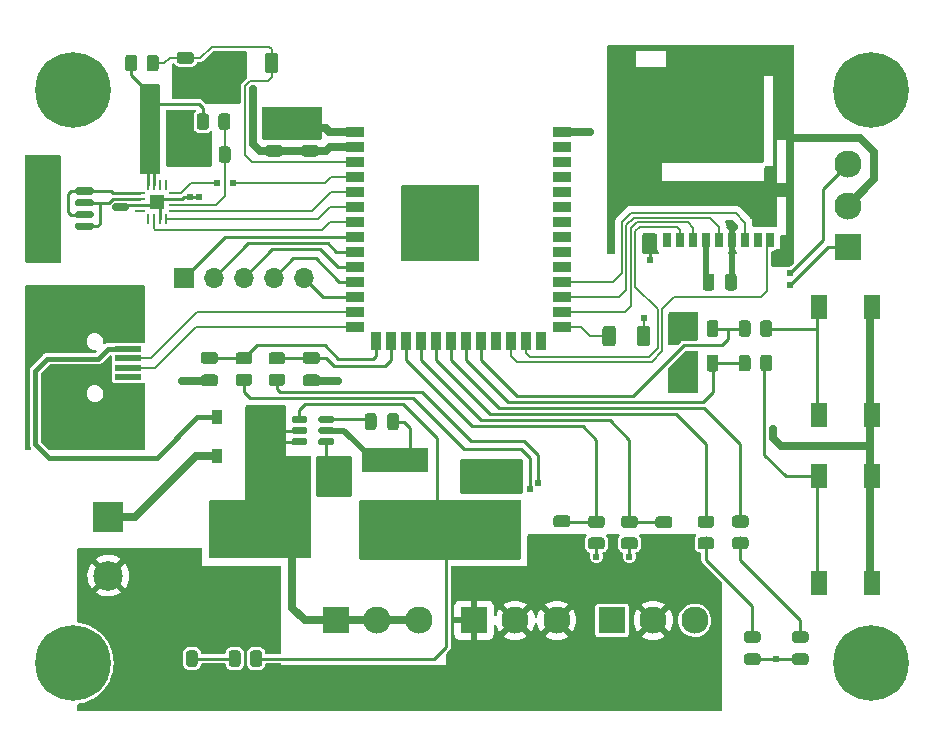
<source format=gtl>
G04 #@! TF.GenerationSoftware,KiCad,Pcbnew,6.0.2+dfsg-1*
G04 #@! TF.CreationDate,2023-03-16T12:58:22-06:00*
G04 #@! TF.ProjectId,ckt-soundplay,636b742d-736f-4756-9e64-706c61792e6b,rev?*
G04 #@! TF.SameCoordinates,Original*
G04 #@! TF.FileFunction,Copper,L1,Top*
G04 #@! TF.FilePolarity,Positive*
%FSLAX46Y46*%
G04 Gerber Fmt 4.6, Leading zero omitted, Abs format (unit mm)*
G04 Created by KiCad (PCBNEW 6.0.2+dfsg-1) date 2023-03-16 12:58:22*
%MOMM*%
%LPD*%
G01*
G04 APERTURE LIST*
G04 #@! TA.AperFunction,ComponentPad*
%ADD10R,2.500000X2.500000*%
G04 #@! TD*
G04 #@! TA.AperFunction,ComponentPad*
%ADD11C,2.500000*%
G04 #@! TD*
G04 #@! TA.AperFunction,SMDPad,CuDef*
%ADD12R,1.400000X2.100000*%
G04 #@! TD*
G04 #@! TA.AperFunction,ComponentPad*
%ADD13R,2.300000X2.300000*%
G04 #@! TD*
G04 #@! TA.AperFunction,ComponentPad*
%ADD14C,2.300000*%
G04 #@! TD*
G04 #@! TA.AperFunction,SMDPad,CuDef*
%ADD15R,1.500000X0.900000*%
G04 #@! TD*
G04 #@! TA.AperFunction,SMDPad,CuDef*
%ADD16R,0.900000X1.500000*%
G04 #@! TD*
G04 #@! TA.AperFunction,SMDPad,CuDef*
%ADD17R,0.900000X0.900000*%
G04 #@! TD*
G04 #@! TA.AperFunction,ComponentPad*
%ADD18C,6.400000*%
G04 #@! TD*
G04 #@! TA.AperFunction,SMDPad,CuDef*
%ADD19R,5.562600X2.108200*%
G04 #@! TD*
G04 #@! TA.AperFunction,SMDPad,CuDef*
%ADD20R,0.700000X1.200000*%
G04 #@! TD*
G04 #@! TA.AperFunction,SMDPad,CuDef*
%ADD21R,1.000000X0.800000*%
G04 #@! TD*
G04 #@! TA.AperFunction,SMDPad,CuDef*
%ADD22R,1.000000X1.200000*%
G04 #@! TD*
G04 #@! TA.AperFunction,SMDPad,CuDef*
%ADD23R,1.300000X1.900000*%
G04 #@! TD*
G04 #@! TA.AperFunction,SMDPad,CuDef*
%ADD24R,1.000000X2.800000*%
G04 #@! TD*
G04 #@! TA.AperFunction,SMDPad,CuDef*
%ADD25R,2.300000X0.500000*%
G04 #@! TD*
G04 #@! TA.AperFunction,SMDPad,CuDef*
%ADD26R,2.500000X2.000000*%
G04 #@! TD*
G04 #@! TA.AperFunction,SMDPad,CuDef*
%ADD27R,0.900000X1.200000*%
G04 #@! TD*
G04 #@! TA.AperFunction,SMDPad,CuDef*
%ADD28R,0.812800X0.254000*%
G04 #@! TD*
G04 #@! TA.AperFunction,SMDPad,CuDef*
%ADD29R,0.254000X0.812800*%
G04 #@! TD*
G04 #@! TA.AperFunction,SMDPad,CuDef*
%ADD30R,1.244600X1.244600*%
G04 #@! TD*
G04 #@! TA.AperFunction,ComponentPad*
%ADD31R,1.700000X1.700000*%
G04 #@! TD*
G04 #@! TA.AperFunction,ComponentPad*
%ADD32O,1.700000X1.700000*%
G04 #@! TD*
G04 #@! TA.AperFunction,ViaPad*
%ADD33C,0.609600*%
G04 #@! TD*
G04 #@! TA.AperFunction,Conductor*
%ADD34C,0.254000*%
G04 #@! TD*
G04 #@! TA.AperFunction,Conductor*
%ADD35C,0.635000*%
G04 #@! TD*
G04 #@! TA.AperFunction,Conductor*
%ADD36C,0.508000*%
G04 #@! TD*
G04 #@! TA.AperFunction,Conductor*
%ADD37C,0.177800*%
G04 #@! TD*
G04 #@! TA.AperFunction,Conductor*
%ADD38C,0.457200*%
G04 #@! TD*
G04 APERTURE END LIST*
D10*
X32720000Y-175046000D03*
D11*
X32720000Y-180046000D03*
G04 #@! TA.AperFunction,SMDPad,CuDef*
G36*
G01*
X35876001Y-144874000D02*
X35876001Y-143924000D01*
G75*
G02*
X36126001Y-143674000I250000J0D01*
G01*
X36626001Y-143674000D01*
G75*
G02*
X36876001Y-143924000I0J-250000D01*
G01*
X36876001Y-144874000D01*
G75*
G02*
X36626001Y-145124000I-250000J0D01*
G01*
X36126001Y-145124000D01*
G75*
G02*
X35876001Y-144874000I0J250000D01*
G01*
G37*
G04 #@! TD.AperFunction*
G04 #@! TA.AperFunction,SMDPad,CuDef*
G36*
G01*
X37776001Y-144874000D02*
X37776001Y-143924000D01*
G75*
G02*
X38026001Y-143674000I250000J0D01*
G01*
X38526001Y-143674000D01*
G75*
G02*
X38776001Y-143924000I0J-250000D01*
G01*
X38776001Y-144874000D01*
G75*
G02*
X38526001Y-145124000I-250000J0D01*
G01*
X38026001Y-145124000D01*
G75*
G02*
X37776001Y-144874000I0J250000D01*
G01*
G37*
G04 #@! TD.AperFunction*
D12*
X92873000Y-180699000D03*
X92873000Y-171599000D03*
X97373000Y-180699000D03*
X97373000Y-171599000D03*
G04 #@! TA.AperFunction,SMDPad,CuDef*
G36*
G01*
X48238000Y-166967000D02*
X48238000Y-166667000D01*
G75*
G02*
X48388000Y-166517000I150000J0D01*
G01*
X49413000Y-166517000D01*
G75*
G02*
X49563000Y-166667000I0J-150000D01*
G01*
X49563000Y-166967000D01*
G75*
G02*
X49413000Y-167117000I-150000J0D01*
G01*
X48388000Y-167117000D01*
G75*
G02*
X48238000Y-166967000I0J150000D01*
G01*
G37*
G04 #@! TD.AperFunction*
G04 #@! TA.AperFunction,SMDPad,CuDef*
G36*
G01*
X48238000Y-167917000D02*
X48238000Y-167617000D01*
G75*
G02*
X48388000Y-167467000I150000J0D01*
G01*
X49413000Y-167467000D01*
G75*
G02*
X49563000Y-167617000I0J-150000D01*
G01*
X49563000Y-167917000D01*
G75*
G02*
X49413000Y-168067000I-150000J0D01*
G01*
X48388000Y-168067000D01*
G75*
G02*
X48238000Y-167917000I0J150000D01*
G01*
G37*
G04 #@! TD.AperFunction*
G04 #@! TA.AperFunction,SMDPad,CuDef*
G36*
G01*
X48238000Y-168867000D02*
X48238000Y-168567000D01*
G75*
G02*
X48388000Y-168417000I150000J0D01*
G01*
X49413000Y-168417000D01*
G75*
G02*
X49563000Y-168567000I0J-150000D01*
G01*
X49563000Y-168867000D01*
G75*
G02*
X49413000Y-169017000I-150000J0D01*
G01*
X48388000Y-169017000D01*
G75*
G02*
X48238000Y-168867000I0J150000D01*
G01*
G37*
G04 #@! TD.AperFunction*
G04 #@! TA.AperFunction,SMDPad,CuDef*
G36*
G01*
X50513000Y-168867000D02*
X50513000Y-168567000D01*
G75*
G02*
X50663000Y-168417000I150000J0D01*
G01*
X51688000Y-168417000D01*
G75*
G02*
X51838000Y-168567000I0J-150000D01*
G01*
X51838000Y-168867000D01*
G75*
G02*
X51688000Y-169017000I-150000J0D01*
G01*
X50663000Y-169017000D01*
G75*
G02*
X50513000Y-168867000I0J150000D01*
G01*
G37*
G04 #@! TD.AperFunction*
G04 #@! TA.AperFunction,SMDPad,CuDef*
G36*
G01*
X50513000Y-167917000D02*
X50513000Y-167617000D01*
G75*
G02*
X50663000Y-167467000I150000J0D01*
G01*
X51688000Y-167467000D01*
G75*
G02*
X51838000Y-167617000I0J-150000D01*
G01*
X51838000Y-167917000D01*
G75*
G02*
X51688000Y-168067000I-150000J0D01*
G01*
X50663000Y-168067000D01*
G75*
G02*
X50513000Y-167917000I0J150000D01*
G01*
G37*
G04 #@! TD.AperFunction*
G04 #@! TA.AperFunction,SMDPad,CuDef*
G36*
G01*
X50513000Y-166967000D02*
X50513000Y-166667000D01*
G75*
G02*
X50663000Y-166517000I150000J0D01*
G01*
X51688000Y-166517000D01*
G75*
G02*
X51838000Y-166667000I0J-150000D01*
G01*
X51838000Y-166967000D01*
G75*
G02*
X51688000Y-167117000I-150000J0D01*
G01*
X50663000Y-167117000D01*
G75*
G02*
X50513000Y-166967000I0J150000D01*
G01*
G37*
G04 #@! TD.AperFunction*
G04 #@! TA.AperFunction,SMDPad,CuDef*
G36*
G01*
X48588000Y-171798000D02*
X48588000Y-170848000D01*
G75*
G02*
X48838000Y-170598000I250000J0D01*
G01*
X49338000Y-170598000D01*
G75*
G02*
X49588000Y-170848000I0J-250000D01*
G01*
X49588000Y-171798000D01*
G75*
G02*
X49338000Y-172048000I-250000J0D01*
G01*
X48838000Y-172048000D01*
G75*
G02*
X48588000Y-171798000I0J250000D01*
G01*
G37*
G04 #@! TD.AperFunction*
G04 #@! TA.AperFunction,SMDPad,CuDef*
G36*
G01*
X50488000Y-171798000D02*
X50488000Y-170848000D01*
G75*
G02*
X50738000Y-170598000I250000J0D01*
G01*
X51238000Y-170598000D01*
G75*
G02*
X51488000Y-170848000I0J-250000D01*
G01*
X51488000Y-171798000D01*
G75*
G02*
X51238000Y-172048000I-250000J0D01*
G01*
X50738000Y-172048000D01*
G75*
G02*
X50488000Y-171798000I0J250000D01*
G01*
G37*
G04 #@! TD.AperFunction*
G04 #@! TA.AperFunction,SMDPad,CuDef*
G36*
G01*
X50259000Y-144579000D02*
X49309000Y-144579000D01*
G75*
G02*
X49059000Y-144329000I0J250000D01*
G01*
X49059000Y-143829000D01*
G75*
G02*
X49309000Y-143579000I250000J0D01*
G01*
X50259000Y-143579000D01*
G75*
G02*
X50509000Y-143829000I0J-250000D01*
G01*
X50509000Y-144329000D01*
G75*
G02*
X50259000Y-144579000I-250000J0D01*
G01*
G37*
G04 #@! TD.AperFunction*
G04 #@! TA.AperFunction,SMDPad,CuDef*
G36*
G01*
X50259000Y-142679000D02*
X49309000Y-142679000D01*
G75*
G02*
X49059000Y-142429000I0J250000D01*
G01*
X49059000Y-141929000D01*
G75*
G02*
X49309000Y-141679000I250000J0D01*
G01*
X50259000Y-141679000D01*
G75*
G02*
X50509000Y-141929000I0J-250000D01*
G01*
X50509000Y-142429000D01*
G75*
G02*
X50259000Y-142679000I-250000J0D01*
G01*
G37*
G04 #@! TD.AperFunction*
D13*
X51999000Y-183827000D03*
D14*
X55499000Y-183827000D03*
X58999000Y-183827000D03*
G04 #@! TA.AperFunction,SMDPad,CuDef*
G36*
G01*
X40231000Y-144849000D02*
X40231000Y-143949000D01*
G75*
G02*
X40481000Y-143699000I250000J0D01*
G01*
X41006000Y-143699000D01*
G75*
G02*
X41256000Y-143949000I0J-250000D01*
G01*
X41256000Y-144849000D01*
G75*
G02*
X41006000Y-145099000I-250000J0D01*
G01*
X40481000Y-145099000D01*
G75*
G02*
X40231000Y-144849000I0J250000D01*
G01*
G37*
G04 #@! TD.AperFunction*
G04 #@! TA.AperFunction,SMDPad,CuDef*
G36*
G01*
X42056000Y-144849000D02*
X42056000Y-143949000D01*
G75*
G02*
X42306000Y-143699000I250000J0D01*
G01*
X42831000Y-143699000D01*
G75*
G02*
X43081000Y-143949000I0J-250000D01*
G01*
X43081000Y-144849000D01*
G75*
G02*
X42831000Y-145099000I-250000J0D01*
G01*
X42306000Y-145099000D01*
G75*
G02*
X42056000Y-144849000I0J250000D01*
G01*
G37*
G04 #@! TD.AperFunction*
G04 #@! TA.AperFunction,SMDPad,CuDef*
G36*
G01*
X67023000Y-174805000D02*
X66073000Y-174805000D01*
G75*
G02*
X65823000Y-174555000I0J250000D01*
G01*
X65823000Y-174055000D01*
G75*
G02*
X66073000Y-173805000I250000J0D01*
G01*
X67023000Y-173805000D01*
G75*
G02*
X67273000Y-174055000I0J-250000D01*
G01*
X67273000Y-174555000D01*
G75*
G02*
X67023000Y-174805000I-250000J0D01*
G01*
G37*
G04 #@! TD.AperFunction*
G04 #@! TA.AperFunction,SMDPad,CuDef*
G36*
G01*
X67023000Y-172905000D02*
X66073000Y-172905000D01*
G75*
G02*
X65823000Y-172655000I0J250000D01*
G01*
X65823000Y-172155000D01*
G75*
G02*
X66073000Y-171905000I250000J0D01*
G01*
X67023000Y-171905000D01*
G75*
G02*
X67273000Y-172155000I0J-250000D01*
G01*
X67273000Y-172655000D01*
G75*
G02*
X67023000Y-172905000I-250000J0D01*
G01*
G37*
G04 #@! TD.AperFunction*
G04 #@! TA.AperFunction,SMDPad,CuDef*
G36*
G01*
X84381000Y-161577000D02*
X84381000Y-162527000D01*
G75*
G02*
X84131000Y-162777000I-250000J0D01*
G01*
X83631000Y-162777000D01*
G75*
G02*
X83381000Y-162527000I0J250000D01*
G01*
X83381000Y-161577000D01*
G75*
G02*
X83631000Y-161327000I250000J0D01*
G01*
X84131000Y-161327000D01*
G75*
G02*
X84381000Y-161577000I0J-250000D01*
G01*
G37*
G04 #@! TD.AperFunction*
G04 #@! TA.AperFunction,SMDPad,CuDef*
G36*
G01*
X82481000Y-161577000D02*
X82481000Y-162527000D01*
G75*
G02*
X82231000Y-162777000I-250000J0D01*
G01*
X81731000Y-162777000D01*
G75*
G02*
X81481000Y-162527000I0J250000D01*
G01*
X81481000Y-161577000D01*
G75*
G02*
X81731000Y-161327000I250000J0D01*
G01*
X82231000Y-161327000D01*
G75*
G02*
X82481000Y-161577000I0J-250000D01*
G01*
G37*
G04 #@! TD.AperFunction*
G04 #@! TA.AperFunction,SMDPad,CuDef*
G36*
G01*
X88928000Y-161602000D02*
X88928000Y-162502000D01*
G75*
G02*
X88678000Y-162752000I-250000J0D01*
G01*
X88153000Y-162752000D01*
G75*
G02*
X87903000Y-162502000I0J250000D01*
G01*
X87903000Y-161602000D01*
G75*
G02*
X88153000Y-161352000I250000J0D01*
G01*
X88678000Y-161352000D01*
G75*
G02*
X88928000Y-161602000I0J-250000D01*
G01*
G37*
G04 #@! TD.AperFunction*
G04 #@! TA.AperFunction,SMDPad,CuDef*
G36*
G01*
X87103000Y-161602000D02*
X87103000Y-162502000D01*
G75*
G02*
X86853000Y-162752000I-250000J0D01*
G01*
X86328000Y-162752000D01*
G75*
G02*
X86078000Y-162502000I0J250000D01*
G01*
X86078000Y-161602000D01*
G75*
G02*
X86328000Y-161352000I250000J0D01*
G01*
X86853000Y-161352000D01*
G75*
G02*
X87103000Y-161602000I0J-250000D01*
G01*
G37*
G04 #@! TD.AperFunction*
G04 #@! TA.AperFunction,SMDPad,CuDef*
G36*
G01*
X42884000Y-174493000D02*
X43984000Y-174493000D01*
G75*
G02*
X44234000Y-174743000I0J-250000D01*
G01*
X44234000Y-177743000D01*
G75*
G02*
X43984000Y-177993000I-250000J0D01*
G01*
X42884000Y-177993000D01*
G75*
G02*
X42634000Y-177743000I0J250000D01*
G01*
X42634000Y-174743000D01*
G75*
G02*
X42884000Y-174493000I250000J0D01*
G01*
G37*
G04 #@! TD.AperFunction*
G04 #@! TA.AperFunction,SMDPad,CuDef*
G36*
G01*
X42884000Y-179893000D02*
X43984000Y-179893000D01*
G75*
G02*
X44234000Y-180143000I0J-250000D01*
G01*
X44234000Y-183143000D01*
G75*
G02*
X43984000Y-183393000I-250000J0D01*
G01*
X42884000Y-183393000D01*
G75*
G02*
X42634000Y-183143000I0J250000D01*
G01*
X42634000Y-180143000D01*
G75*
G02*
X42884000Y-179893000I250000J0D01*
G01*
G37*
G04 #@! TD.AperFunction*
D15*
X53607000Y-142445000D03*
X53607000Y-143715000D03*
X53607000Y-144985000D03*
X53607000Y-146255000D03*
X53607000Y-147525000D03*
X53607000Y-148795000D03*
X53607000Y-150065000D03*
X53607000Y-151335000D03*
X53607000Y-152605000D03*
X53607000Y-153875000D03*
X53607000Y-155145000D03*
X53607000Y-156415000D03*
X53607000Y-157685000D03*
X53607000Y-158955000D03*
D16*
X55372000Y-160205000D03*
X56642000Y-160205000D03*
X57912000Y-160205000D03*
X59182000Y-160205000D03*
X60452000Y-160205000D03*
X61722000Y-160205000D03*
X62992000Y-160205000D03*
X64262000Y-160205000D03*
X65532000Y-160205000D03*
X66802000Y-160205000D03*
X68072000Y-160205000D03*
X69342000Y-160205000D03*
D15*
X71107000Y-158955000D03*
X71107000Y-157685000D03*
X71107000Y-156415000D03*
X71107000Y-155145000D03*
X71107000Y-153875000D03*
X71107000Y-152605000D03*
X71107000Y-151335000D03*
X71107000Y-150065000D03*
X71107000Y-148795000D03*
X71107000Y-147525000D03*
X71107000Y-146255000D03*
X71107000Y-144985000D03*
X71107000Y-143715000D03*
X71107000Y-142445000D03*
D17*
X60857000Y-148765000D03*
X62257000Y-148765000D03*
X59457000Y-151565000D03*
X62257000Y-151565000D03*
X59457000Y-150165000D03*
X59457000Y-148765000D03*
X60857000Y-150165000D03*
X62257000Y-150165000D03*
X60857000Y-151565000D03*
D18*
X97282000Y-187452000D03*
G04 #@! TA.AperFunction,SMDPad,CuDef*
G36*
G01*
X84381000Y-158656000D02*
X84381000Y-159606000D01*
G75*
G02*
X84131000Y-159856000I-250000J0D01*
G01*
X83631000Y-159856000D01*
G75*
G02*
X83381000Y-159606000I0J250000D01*
G01*
X83381000Y-158656000D01*
G75*
G02*
X83631000Y-158406000I250000J0D01*
G01*
X84131000Y-158406000D01*
G75*
G02*
X84381000Y-158656000I0J-250000D01*
G01*
G37*
G04 #@! TD.AperFunction*
G04 #@! TA.AperFunction,SMDPad,CuDef*
G36*
G01*
X82481000Y-158656000D02*
X82481000Y-159606000D01*
G75*
G02*
X82231000Y-159856000I-250000J0D01*
G01*
X81731000Y-159856000D01*
G75*
G02*
X81481000Y-159606000I0J250000D01*
G01*
X81481000Y-158656000D01*
G75*
G02*
X81731000Y-158406000I250000J0D01*
G01*
X82231000Y-158406000D01*
G75*
G02*
X82481000Y-158656000I0J-250000D01*
G01*
G37*
G04 #@! TD.AperFunction*
G04 #@! TA.AperFunction,SMDPad,CuDef*
G36*
G01*
X42898000Y-187521000D02*
X42898000Y-186621000D01*
G75*
G02*
X43148000Y-186371000I250000J0D01*
G01*
X43673000Y-186371000D01*
G75*
G02*
X43923000Y-186621000I0J-250000D01*
G01*
X43923000Y-187521000D01*
G75*
G02*
X43673000Y-187771000I-250000J0D01*
G01*
X43148000Y-187771000D01*
G75*
G02*
X42898000Y-187521000I0J250000D01*
G01*
G37*
G04 #@! TD.AperFunction*
G04 #@! TA.AperFunction,SMDPad,CuDef*
G36*
G01*
X44723000Y-187521000D02*
X44723000Y-186621000D01*
G75*
G02*
X44973000Y-186371000I250000J0D01*
G01*
X45498000Y-186371000D01*
G75*
G02*
X45748000Y-186621000I0J-250000D01*
G01*
X45748000Y-187521000D01*
G75*
G02*
X45498000Y-187771000I-250000J0D01*
G01*
X44973000Y-187771000D01*
G75*
G02*
X44723000Y-187521000I0J250000D01*
G01*
G37*
G04 #@! TD.AperFunction*
G04 #@! TA.AperFunction,SMDPad,CuDef*
G36*
G01*
X86683000Y-177804500D02*
X85783000Y-177804500D01*
G75*
G02*
X85533000Y-177554500I0J250000D01*
G01*
X85533000Y-177029500D01*
G75*
G02*
X85783000Y-176779500I250000J0D01*
G01*
X86683000Y-176779500D01*
G75*
G02*
X86933000Y-177029500I0J-250000D01*
G01*
X86933000Y-177554500D01*
G75*
G02*
X86683000Y-177804500I-250000J0D01*
G01*
G37*
G04 #@! TD.AperFunction*
G04 #@! TA.AperFunction,SMDPad,CuDef*
G36*
G01*
X86683000Y-175979500D02*
X85783000Y-175979500D01*
G75*
G02*
X85533000Y-175729500I0J250000D01*
G01*
X85533000Y-175204500D01*
G75*
G02*
X85783000Y-174954500I250000J0D01*
G01*
X86683000Y-174954500D01*
G75*
G02*
X86933000Y-175204500I0J-250000D01*
G01*
X86933000Y-175729500D01*
G75*
G02*
X86683000Y-175979500I-250000J0D01*
G01*
G37*
G04 #@! TD.AperFunction*
X97282000Y-138938000D03*
D19*
X57023000Y-170294300D03*
X57023000Y-174891700D03*
G04 #@! TA.AperFunction,SMDPad,CuDef*
G36*
G01*
X91769250Y-187607000D02*
X90856750Y-187607000D01*
G75*
G02*
X90613000Y-187363250I0J243750D01*
G01*
X90613000Y-186875750D01*
G75*
G02*
X90856750Y-186632000I243750J0D01*
G01*
X91769250Y-186632000D01*
G75*
G02*
X92013000Y-186875750I0J-243750D01*
G01*
X92013000Y-187363250D01*
G75*
G02*
X91769250Y-187607000I-243750J0D01*
G01*
G37*
G04 #@! TD.AperFunction*
G04 #@! TA.AperFunction,SMDPad,CuDef*
G36*
G01*
X91769250Y-185732000D02*
X90856750Y-185732000D01*
G75*
G02*
X90613000Y-185488250I0J243750D01*
G01*
X90613000Y-185000750D01*
G75*
G02*
X90856750Y-184757000I243750J0D01*
G01*
X91769250Y-184757000D01*
G75*
G02*
X92013000Y-185000750I0J-243750D01*
G01*
X92013000Y-185488250D01*
G75*
G02*
X91769250Y-185732000I-243750J0D01*
G01*
G37*
G04 #@! TD.AperFunction*
G04 #@! TA.AperFunction,SMDPad,CuDef*
G36*
G01*
X47211000Y-144579000D02*
X46261000Y-144579000D01*
G75*
G02*
X46011000Y-144329000I0J250000D01*
G01*
X46011000Y-143829000D01*
G75*
G02*
X46261000Y-143579000I250000J0D01*
G01*
X47211000Y-143579000D01*
G75*
G02*
X47461000Y-143829000I0J-250000D01*
G01*
X47461000Y-144329000D01*
G75*
G02*
X47211000Y-144579000I-250000J0D01*
G01*
G37*
G04 #@! TD.AperFunction*
G04 #@! TA.AperFunction,SMDPad,CuDef*
G36*
G01*
X47211000Y-142679000D02*
X46261000Y-142679000D01*
G75*
G02*
X46011000Y-142429000I0J250000D01*
G01*
X46011000Y-141929000D01*
G75*
G02*
X46261000Y-141679000I250000J0D01*
G01*
X47211000Y-141679000D01*
G75*
G02*
X47461000Y-141929000I0J-250000D01*
G01*
X47461000Y-142429000D01*
G75*
G02*
X47211000Y-142679000I-250000J0D01*
G01*
G37*
G04 #@! TD.AperFunction*
D13*
X63683000Y-183827000D03*
D14*
X67183000Y-183827000D03*
X70683000Y-183827000D03*
D13*
X95308000Y-152217000D03*
D14*
X95308000Y-148717000D03*
X95308000Y-145217000D03*
G04 #@! TA.AperFunction,SMDPad,CuDef*
G36*
G01*
X83762000Y-177828000D02*
X82862000Y-177828000D01*
G75*
G02*
X82612000Y-177578000I0J250000D01*
G01*
X82612000Y-177053000D01*
G75*
G02*
X82862000Y-176803000I250000J0D01*
G01*
X83762000Y-176803000D01*
G75*
G02*
X84012000Y-177053000I0J-250000D01*
G01*
X84012000Y-177578000D01*
G75*
G02*
X83762000Y-177828000I-250000J0D01*
G01*
G37*
G04 #@! TD.AperFunction*
G04 #@! TA.AperFunction,SMDPad,CuDef*
G36*
G01*
X83762000Y-176003000D02*
X82862000Y-176003000D01*
G75*
G02*
X82612000Y-175753000I0J250000D01*
G01*
X82612000Y-175228000D01*
G75*
G02*
X82862000Y-174978000I250000J0D01*
G01*
X83762000Y-174978000D01*
G75*
G02*
X84012000Y-175228000I0J-250000D01*
G01*
X84012000Y-175753000D01*
G75*
G02*
X83762000Y-176003000I-250000J0D01*
G01*
G37*
G04 #@! TD.AperFunction*
G04 #@! TA.AperFunction,SMDPad,CuDef*
G36*
G01*
X43060000Y-137277000D02*
X43060000Y-136027000D01*
G75*
G02*
X43310000Y-135777000I250000J0D01*
G01*
X43935000Y-135777000D01*
G75*
G02*
X44185000Y-136027000I0J-250000D01*
G01*
X44185000Y-137277000D01*
G75*
G02*
X43935000Y-137527000I-250000J0D01*
G01*
X43310000Y-137527000D01*
G75*
G02*
X43060000Y-137277000I0J250000D01*
G01*
G37*
G04 #@! TD.AperFunction*
G04 #@! TA.AperFunction,SMDPad,CuDef*
G36*
G01*
X45985000Y-137277000D02*
X45985000Y-136027000D01*
G75*
G02*
X46235000Y-135777000I250000J0D01*
G01*
X46860000Y-135777000D01*
G75*
G02*
X47110000Y-136027000I0J-250000D01*
G01*
X47110000Y-137277000D01*
G75*
G02*
X46860000Y-137527000I-250000J0D01*
G01*
X46235000Y-137527000D01*
G75*
G02*
X45985000Y-137277000I0J250000D01*
G01*
G37*
G04 #@! TD.AperFunction*
D20*
X80059000Y-151668000D03*
X81159000Y-151668000D03*
X82259000Y-151668000D03*
X83359000Y-151668000D03*
X84459000Y-151668000D03*
X85559000Y-151668000D03*
X86659000Y-151668000D03*
X87759000Y-151668000D03*
X88709000Y-151668000D03*
D21*
X89659000Y-141168000D03*
D22*
X78509000Y-151668000D03*
D23*
X76159000Y-136568000D03*
D24*
X89659000Y-137018000D03*
D22*
X89659000Y-147368000D03*
G04 #@! TA.AperFunction,SMDPad,CuDef*
G36*
G01*
X30077000Y-147177000D02*
X31327000Y-147177000D01*
G75*
G02*
X31477000Y-147327000I0J-150000D01*
G01*
X31477000Y-147627000D01*
G75*
G02*
X31327000Y-147777000I-150000J0D01*
G01*
X30077000Y-147777000D01*
G75*
G02*
X29927000Y-147627000I0J150000D01*
G01*
X29927000Y-147327000D01*
G75*
G02*
X30077000Y-147177000I150000J0D01*
G01*
G37*
G04 #@! TD.AperFunction*
G04 #@! TA.AperFunction,SMDPad,CuDef*
G36*
G01*
X30077000Y-148177000D02*
X31327000Y-148177000D01*
G75*
G02*
X31477000Y-148327000I0J-150000D01*
G01*
X31477000Y-148627000D01*
G75*
G02*
X31327000Y-148777000I-150000J0D01*
G01*
X30077000Y-148777000D01*
G75*
G02*
X29927000Y-148627000I0J150000D01*
G01*
X29927000Y-148327000D01*
G75*
G02*
X30077000Y-148177000I150000J0D01*
G01*
G37*
G04 #@! TD.AperFunction*
G04 #@! TA.AperFunction,SMDPad,CuDef*
G36*
G01*
X30077000Y-149177000D02*
X31327000Y-149177000D01*
G75*
G02*
X31477000Y-149327000I0J-150000D01*
G01*
X31477000Y-149627000D01*
G75*
G02*
X31327000Y-149777000I-150000J0D01*
G01*
X30077000Y-149777000D01*
G75*
G02*
X29927000Y-149627000I0J150000D01*
G01*
X29927000Y-149327000D01*
G75*
G02*
X30077000Y-149177000I150000J0D01*
G01*
G37*
G04 #@! TD.AperFunction*
G04 #@! TA.AperFunction,SMDPad,CuDef*
G36*
G01*
X30077000Y-150177000D02*
X31327000Y-150177000D01*
G75*
G02*
X31477000Y-150327000I0J-150000D01*
G01*
X31477000Y-150627000D01*
G75*
G02*
X31327000Y-150777000I-150000J0D01*
G01*
X30077000Y-150777000D01*
G75*
G02*
X29927000Y-150627000I0J150000D01*
G01*
X29927000Y-150327000D01*
G75*
G02*
X30077000Y-150177000I150000J0D01*
G01*
G37*
G04 #@! TD.AperFunction*
G04 #@! TA.AperFunction,SMDPad,CuDef*
G36*
G01*
X26177000Y-151177000D02*
X27477000Y-151177000D01*
G75*
G02*
X27727000Y-151427000I0J-250000D01*
G01*
X27727000Y-152127000D01*
G75*
G02*
X27477000Y-152377000I-250000J0D01*
G01*
X26177000Y-152377000D01*
G75*
G02*
X25927000Y-152127000I0J250000D01*
G01*
X25927000Y-151427000D01*
G75*
G02*
X26177000Y-151177000I250000J0D01*
G01*
G37*
G04 #@! TD.AperFunction*
G04 #@! TA.AperFunction,SMDPad,CuDef*
G36*
G01*
X26177000Y-145577000D02*
X27477000Y-145577000D01*
G75*
G02*
X27727000Y-145827000I0J-250000D01*
G01*
X27727000Y-146527000D01*
G75*
G02*
X27477000Y-146777000I-250000J0D01*
G01*
X26177000Y-146777000D01*
G75*
G02*
X25927000Y-146527000I0J250000D01*
G01*
X25927000Y-145827000D01*
G75*
G02*
X26177000Y-145577000I250000J0D01*
G01*
G37*
G04 #@! TD.AperFunction*
G04 #@! TA.AperFunction,SMDPad,CuDef*
G36*
G01*
X49436000Y-161110000D02*
X50386000Y-161110000D01*
G75*
G02*
X50636000Y-161360000I0J-250000D01*
G01*
X50636000Y-161860000D01*
G75*
G02*
X50386000Y-162110000I-250000J0D01*
G01*
X49436000Y-162110000D01*
G75*
G02*
X49186000Y-161860000I0J250000D01*
G01*
X49186000Y-161360000D01*
G75*
G02*
X49436000Y-161110000I250000J0D01*
G01*
G37*
G04 #@! TD.AperFunction*
G04 #@! TA.AperFunction,SMDPad,CuDef*
G36*
G01*
X49436000Y-163010000D02*
X50386000Y-163010000D01*
G75*
G02*
X50636000Y-163260000I0J-250000D01*
G01*
X50636000Y-163760000D01*
G75*
G02*
X50386000Y-164010000I-250000J0D01*
G01*
X49436000Y-164010000D01*
G75*
G02*
X49186000Y-163760000I0J250000D01*
G01*
X49186000Y-163260000D01*
G75*
G02*
X49436000Y-163010000I250000J0D01*
G01*
G37*
G04 #@! TD.AperFunction*
G04 #@! TA.AperFunction,SMDPad,CuDef*
G36*
G01*
X78606000Y-159141000D02*
X78606000Y-160391000D01*
G75*
G02*
X78356000Y-160641000I-250000J0D01*
G01*
X77731000Y-160641000D01*
G75*
G02*
X77481000Y-160391000I0J250000D01*
G01*
X77481000Y-159141000D01*
G75*
G02*
X77731000Y-158891000I250000J0D01*
G01*
X78356000Y-158891000D01*
G75*
G02*
X78606000Y-159141000I0J-250000D01*
G01*
G37*
G04 #@! TD.AperFunction*
G04 #@! TA.AperFunction,SMDPad,CuDef*
G36*
G01*
X75681000Y-159141000D02*
X75681000Y-160391000D01*
G75*
G02*
X75431000Y-160641000I-250000J0D01*
G01*
X74806000Y-160641000D01*
G75*
G02*
X74556000Y-160391000I0J250000D01*
G01*
X74556000Y-159141000D01*
G75*
G02*
X74806000Y-158891000I250000J0D01*
G01*
X75431000Y-158891000D01*
G75*
G02*
X75681000Y-159141000I0J-250000D01*
G01*
G37*
G04 #@! TD.AperFunction*
G04 #@! TA.AperFunction,SMDPad,CuDef*
G36*
G01*
X40800000Y-161110000D02*
X41750000Y-161110000D01*
G75*
G02*
X42000000Y-161360000I0J-250000D01*
G01*
X42000000Y-161860000D01*
G75*
G02*
X41750000Y-162110000I-250000J0D01*
G01*
X40800000Y-162110000D01*
G75*
G02*
X40550000Y-161860000I0J250000D01*
G01*
X40550000Y-161360000D01*
G75*
G02*
X40800000Y-161110000I250000J0D01*
G01*
G37*
G04 #@! TD.AperFunction*
G04 #@! TA.AperFunction,SMDPad,CuDef*
G36*
G01*
X40800000Y-163010000D02*
X41750000Y-163010000D01*
G75*
G02*
X42000000Y-163260000I0J-250000D01*
G01*
X42000000Y-163760000D01*
G75*
G02*
X41750000Y-164010000I-250000J0D01*
G01*
X40800000Y-164010000D01*
G75*
G02*
X40550000Y-163760000I0J250000D01*
G01*
X40550000Y-163260000D01*
G75*
G02*
X40800000Y-163010000I250000J0D01*
G01*
G37*
G04 #@! TD.AperFunction*
D25*
X34429000Y-160828000D03*
X34429000Y-161628000D03*
X34429000Y-162428000D03*
X34429000Y-163228000D03*
X34429000Y-164028000D03*
D26*
X34329000Y-166878000D03*
X28829000Y-157978000D03*
X34329000Y-157978000D03*
X28829000Y-166878000D03*
G04 #@! TA.AperFunction,SMDPad,CuDef*
G36*
G01*
X74491000Y-177828000D02*
X73591000Y-177828000D01*
G75*
G02*
X73341000Y-177578000I0J250000D01*
G01*
X73341000Y-177053000D01*
G75*
G02*
X73591000Y-176803000I250000J0D01*
G01*
X74491000Y-176803000D01*
G75*
G02*
X74741000Y-177053000I0J-250000D01*
G01*
X74741000Y-177578000D01*
G75*
G02*
X74491000Y-177828000I-250000J0D01*
G01*
G37*
G04 #@! TD.AperFunction*
G04 #@! TA.AperFunction,SMDPad,CuDef*
G36*
G01*
X74491000Y-176003000D02*
X73591000Y-176003000D01*
G75*
G02*
X73341000Y-175753000I0J250000D01*
G01*
X73341000Y-175228000D01*
G75*
G02*
X73591000Y-174978000I250000J0D01*
G01*
X74491000Y-174978000D01*
G75*
G02*
X74741000Y-175228000I0J-250000D01*
G01*
X74741000Y-175753000D01*
G75*
G02*
X74491000Y-176003000I-250000J0D01*
G01*
G37*
G04 #@! TD.AperFunction*
G04 #@! TA.AperFunction,SMDPad,CuDef*
G36*
G01*
X77285000Y-177828000D02*
X76385000Y-177828000D01*
G75*
G02*
X76135000Y-177578000I0J250000D01*
G01*
X76135000Y-177053000D01*
G75*
G02*
X76385000Y-176803000I250000J0D01*
G01*
X77285000Y-176803000D01*
G75*
G02*
X77535000Y-177053000I0J-250000D01*
G01*
X77535000Y-177578000D01*
G75*
G02*
X77285000Y-177828000I-250000J0D01*
G01*
G37*
G04 #@! TD.AperFunction*
G04 #@! TA.AperFunction,SMDPad,CuDef*
G36*
G01*
X77285000Y-176003000D02*
X76385000Y-176003000D01*
G75*
G02*
X76135000Y-175753000I0J250000D01*
G01*
X76135000Y-175228000D01*
G75*
G02*
X76385000Y-174978000I250000J0D01*
G01*
X77285000Y-174978000D01*
G75*
G02*
X77535000Y-175228000I0J-250000D01*
G01*
X77535000Y-175753000D01*
G75*
G02*
X77285000Y-176003000I-250000J0D01*
G01*
G37*
G04 #@! TD.AperFunction*
G04 #@! TA.AperFunction,SMDPad,CuDef*
G36*
G01*
X87705250Y-187607000D02*
X86792750Y-187607000D01*
G75*
G02*
X86549000Y-187363250I0J243750D01*
G01*
X86549000Y-186875750D01*
G75*
G02*
X86792750Y-186632000I243750J0D01*
G01*
X87705250Y-186632000D01*
G75*
G02*
X87949000Y-186875750I0J-243750D01*
G01*
X87949000Y-187363250D01*
G75*
G02*
X87705250Y-187607000I-243750J0D01*
G01*
G37*
G04 #@! TD.AperFunction*
G04 #@! TA.AperFunction,SMDPad,CuDef*
G36*
G01*
X87705250Y-185732000D02*
X86792750Y-185732000D01*
G75*
G02*
X86549000Y-185488250I0J243750D01*
G01*
X86549000Y-185000750D01*
G75*
G02*
X86792750Y-184757000I243750J0D01*
G01*
X87705250Y-184757000D01*
G75*
G02*
X87949000Y-185000750I0J-243750D01*
G01*
X87949000Y-185488250D01*
G75*
G02*
X87705250Y-185732000I-243750J0D01*
G01*
G37*
G04 #@! TD.AperFunction*
D18*
X29718000Y-187452000D03*
D27*
X45211000Y-166624000D03*
X41911000Y-166624000D03*
G04 #@! TA.AperFunction,SMDPad,CuDef*
G36*
G01*
X83035000Y-155669000D02*
X83035000Y-154719000D01*
G75*
G02*
X83285000Y-154469000I250000J0D01*
G01*
X83785000Y-154469000D01*
G75*
G02*
X84035000Y-154719000I0J-250000D01*
G01*
X84035000Y-155669000D01*
G75*
G02*
X83785000Y-155919000I-250000J0D01*
G01*
X83285000Y-155919000D01*
G75*
G02*
X83035000Y-155669000I0J250000D01*
G01*
G37*
G04 #@! TD.AperFunction*
G04 #@! TA.AperFunction,SMDPad,CuDef*
G36*
G01*
X84935000Y-155669000D02*
X84935000Y-154719000D01*
G75*
G02*
X85185000Y-154469000I250000J0D01*
G01*
X85685000Y-154469000D01*
G75*
G02*
X85935000Y-154719000I0J-250000D01*
G01*
X85935000Y-155669000D01*
G75*
G02*
X85685000Y-155919000I-250000J0D01*
G01*
X85185000Y-155919000D01*
G75*
G02*
X84935000Y-155669000I0J250000D01*
G01*
G37*
G04 #@! TD.AperFunction*
G04 #@! TA.AperFunction,SMDPad,CuDef*
G36*
G01*
X44646000Y-163985000D02*
X43746000Y-163985000D01*
G75*
G02*
X43496000Y-163735000I0J250000D01*
G01*
X43496000Y-163210000D01*
G75*
G02*
X43746000Y-162960000I250000J0D01*
G01*
X44646000Y-162960000D01*
G75*
G02*
X44896000Y-163210000I0J-250000D01*
G01*
X44896000Y-163735000D01*
G75*
G02*
X44646000Y-163985000I-250000J0D01*
G01*
G37*
G04 #@! TD.AperFunction*
G04 #@! TA.AperFunction,SMDPad,CuDef*
G36*
G01*
X44646000Y-162160000D02*
X43746000Y-162160000D01*
G75*
G02*
X43496000Y-161910000I0J250000D01*
G01*
X43496000Y-161385000D01*
G75*
G02*
X43746000Y-161135000I250000J0D01*
G01*
X44646000Y-161135000D01*
G75*
G02*
X44896000Y-161385000I0J-250000D01*
G01*
X44896000Y-161910000D01*
G75*
G02*
X44646000Y-162160000I-250000J0D01*
G01*
G37*
G04 #@! TD.AperFunction*
D18*
X29718000Y-138938000D03*
G04 #@! TA.AperFunction,SMDPad,CuDef*
G36*
G01*
X70645000Y-174953000D02*
X71595000Y-174953000D01*
G75*
G02*
X71845000Y-175203000I0J-250000D01*
G01*
X71845000Y-175703000D01*
G75*
G02*
X71595000Y-175953000I-250000J0D01*
G01*
X70645000Y-175953000D01*
G75*
G02*
X70395000Y-175703000I0J250000D01*
G01*
X70395000Y-175203000D01*
G75*
G02*
X70645000Y-174953000I250000J0D01*
G01*
G37*
G04 #@! TD.AperFunction*
G04 #@! TA.AperFunction,SMDPad,CuDef*
G36*
G01*
X70645000Y-176853000D02*
X71595000Y-176853000D01*
G75*
G02*
X71845000Y-177103000I0J-250000D01*
G01*
X71845000Y-177603000D01*
G75*
G02*
X71595000Y-177853000I-250000J0D01*
G01*
X70645000Y-177853000D01*
G75*
G02*
X70395000Y-177603000I0J250000D01*
G01*
X70395000Y-177103000D01*
G75*
G02*
X70645000Y-176853000I250000J0D01*
G01*
G37*
G04 #@! TD.AperFunction*
G04 #@! TA.AperFunction,SMDPad,CuDef*
G36*
G01*
X79281000Y-175014000D02*
X80231000Y-175014000D01*
G75*
G02*
X80481000Y-175264000I0J-250000D01*
G01*
X80481000Y-175764000D01*
G75*
G02*
X80231000Y-176014000I-250000J0D01*
G01*
X79281000Y-176014000D01*
G75*
G02*
X79031000Y-175764000I0J250000D01*
G01*
X79031000Y-175264000D01*
G75*
G02*
X79281000Y-175014000I250000J0D01*
G01*
G37*
G04 #@! TD.AperFunction*
G04 #@! TA.AperFunction,SMDPad,CuDef*
G36*
G01*
X79281000Y-176914000D02*
X80231000Y-176914000D01*
G75*
G02*
X80481000Y-177164000I0J-250000D01*
G01*
X80481000Y-177664000D01*
G75*
G02*
X80231000Y-177914000I-250000J0D01*
G01*
X79281000Y-177914000D01*
G75*
G02*
X79031000Y-177664000I0J250000D01*
G01*
X79031000Y-177164000D01*
G75*
G02*
X79281000Y-176914000I250000J0D01*
G01*
G37*
G04 #@! TD.AperFunction*
G04 #@! TA.AperFunction,SMDPad,CuDef*
G36*
G01*
X36985000Y-136202000D02*
X36985000Y-137102000D01*
G75*
G02*
X36735000Y-137352000I-250000J0D01*
G01*
X36210000Y-137352000D01*
G75*
G02*
X35960000Y-137102000I0J250000D01*
G01*
X35960000Y-136202000D01*
G75*
G02*
X36210000Y-135952000I250000J0D01*
G01*
X36735000Y-135952000D01*
G75*
G02*
X36985000Y-136202000I0J-250000D01*
G01*
G37*
G04 #@! TD.AperFunction*
G04 #@! TA.AperFunction,SMDPad,CuDef*
G36*
G01*
X35160000Y-136202000D02*
X35160000Y-137102000D01*
G75*
G02*
X34910000Y-137352000I-250000J0D01*
G01*
X34385000Y-137352000D01*
G75*
G02*
X34135000Y-137102000I0J250000D01*
G01*
X34135000Y-136202000D01*
G75*
G02*
X34385000Y-135952000I250000J0D01*
G01*
X34910000Y-135952000D01*
G75*
G02*
X35160000Y-136202000I0J-250000D01*
G01*
G37*
G04 #@! TD.AperFunction*
G04 #@! TA.AperFunction,SMDPad,CuDef*
G36*
G01*
X64229000Y-174805000D02*
X63279000Y-174805000D01*
G75*
G02*
X63029000Y-174555000I0J250000D01*
G01*
X63029000Y-174055000D01*
G75*
G02*
X63279000Y-173805000I250000J0D01*
G01*
X64229000Y-173805000D01*
G75*
G02*
X64479000Y-174055000I0J-250000D01*
G01*
X64479000Y-174555000D01*
G75*
G02*
X64229000Y-174805000I-250000J0D01*
G01*
G37*
G04 #@! TD.AperFunction*
G04 #@! TA.AperFunction,SMDPad,CuDef*
G36*
G01*
X64229000Y-172905000D02*
X63279000Y-172905000D01*
G75*
G02*
X63029000Y-172655000I0J250000D01*
G01*
X63029000Y-172155000D01*
G75*
G02*
X63279000Y-171905000I250000J0D01*
G01*
X64229000Y-171905000D01*
G75*
G02*
X64479000Y-172155000I0J-250000D01*
G01*
X64479000Y-172655000D01*
G75*
G02*
X64229000Y-172905000I-250000J0D01*
G01*
G37*
G04 #@! TD.AperFunction*
G04 #@! TA.AperFunction,SMDPad,CuDef*
G36*
G01*
X47440000Y-163985000D02*
X46540000Y-163985000D01*
G75*
G02*
X46290000Y-163735000I0J250000D01*
G01*
X46290000Y-163210000D01*
G75*
G02*
X46540000Y-162960000I250000J0D01*
G01*
X47440000Y-162960000D01*
G75*
G02*
X47690000Y-163210000I0J-250000D01*
G01*
X47690000Y-163735000D01*
G75*
G02*
X47440000Y-163985000I-250000J0D01*
G01*
G37*
G04 #@! TD.AperFunction*
G04 #@! TA.AperFunction,SMDPad,CuDef*
G36*
G01*
X47440000Y-162160000D02*
X46540000Y-162160000D01*
G75*
G02*
X46290000Y-161910000I0J250000D01*
G01*
X46290000Y-161385000D01*
G75*
G02*
X46540000Y-161135000I250000J0D01*
G01*
X47440000Y-161135000D01*
G75*
G02*
X47690000Y-161385000I0J-250000D01*
G01*
X47690000Y-161910000D01*
G75*
G02*
X47440000Y-162160000I-250000J0D01*
G01*
G37*
G04 #@! TD.AperFunction*
G04 #@! TA.AperFunction,SMDPad,CuDef*
G36*
G01*
X43057500Y-141155000D02*
X43057500Y-142055000D01*
G75*
G02*
X42807500Y-142305000I-250000J0D01*
G01*
X42282500Y-142305000D01*
G75*
G02*
X42032500Y-142055000I0J250000D01*
G01*
X42032500Y-141155000D01*
G75*
G02*
X42282500Y-140905000I250000J0D01*
G01*
X42807500Y-140905000D01*
G75*
G02*
X43057500Y-141155000I0J-250000D01*
G01*
G37*
G04 #@! TD.AperFunction*
G04 #@! TA.AperFunction,SMDPad,CuDef*
G36*
G01*
X41232500Y-141155000D02*
X41232500Y-142055000D01*
G75*
G02*
X40982500Y-142305000I-250000J0D01*
G01*
X40457500Y-142305000D01*
G75*
G02*
X40207500Y-142055000I0J250000D01*
G01*
X40207500Y-141155000D01*
G75*
G02*
X40457500Y-140905000I250000J0D01*
G01*
X40982500Y-140905000D01*
G75*
G02*
X41232500Y-141155000I0J-250000D01*
G01*
G37*
G04 #@! TD.AperFunction*
D12*
X92873000Y-166418500D03*
X92873000Y-157318500D03*
X97373000Y-166418500D03*
X97373000Y-157318500D03*
G04 #@! TA.AperFunction,SMDPad,CuDef*
G36*
G01*
X57330000Y-166530000D02*
X57330000Y-167480000D01*
G75*
G02*
X57080000Y-167730000I-250000J0D01*
G01*
X56580000Y-167730000D01*
G75*
G02*
X56330000Y-167480000I0J250000D01*
G01*
X56330000Y-166530000D01*
G75*
G02*
X56580000Y-166280000I250000J0D01*
G01*
X57080000Y-166280000D01*
G75*
G02*
X57330000Y-166530000I0J-250000D01*
G01*
G37*
G04 #@! TD.AperFunction*
G04 #@! TA.AperFunction,SMDPad,CuDef*
G36*
G01*
X55430000Y-166530000D02*
X55430000Y-167480000D01*
G75*
G02*
X55180000Y-167730000I-250000J0D01*
G01*
X54680000Y-167730000D01*
G75*
G02*
X54430000Y-167480000I0J250000D01*
G01*
X54430000Y-166530000D01*
G75*
G02*
X54680000Y-166280000I250000J0D01*
G01*
X55180000Y-166280000D01*
G75*
G02*
X55430000Y-166530000I0J-250000D01*
G01*
G37*
G04 #@! TD.AperFunction*
D28*
X38265801Y-149136801D03*
X38265801Y-148636800D03*
X38265801Y-148136800D03*
X38265801Y-147636799D03*
D29*
X37568002Y-146939000D03*
X37068001Y-146939000D03*
X36568001Y-146939000D03*
X36068000Y-146939000D03*
D28*
X35370201Y-147636799D03*
X35370201Y-148136800D03*
X35370201Y-148636800D03*
X35370201Y-149136801D03*
D29*
X36068000Y-149834600D03*
X36568001Y-149834600D03*
X37068001Y-149834600D03*
X37568002Y-149834600D03*
D30*
X36818001Y-148386800D03*
G04 #@! TA.AperFunction,SMDPad,CuDef*
G36*
G01*
X35876001Y-142080000D02*
X35876001Y-141130000D01*
G75*
G02*
X36126001Y-140880000I250000J0D01*
G01*
X36626001Y-140880000D01*
G75*
G02*
X36876001Y-141130000I0J-250000D01*
G01*
X36876001Y-142080000D01*
G75*
G02*
X36626001Y-142330000I-250000J0D01*
G01*
X36126001Y-142330000D01*
G75*
G02*
X35876001Y-142080000I0J250000D01*
G01*
G37*
G04 #@! TD.AperFunction*
G04 #@! TA.AperFunction,SMDPad,CuDef*
G36*
G01*
X37776001Y-142080000D02*
X37776001Y-141130000D01*
G75*
G02*
X38026001Y-140880000I250000J0D01*
G01*
X38526001Y-140880000D01*
G75*
G02*
X38776001Y-141130000I0J-250000D01*
G01*
X38776001Y-142080000D01*
G75*
G02*
X38526001Y-142330000I-250000J0D01*
G01*
X38026001Y-142330000D01*
G75*
G02*
X37776001Y-142080000I0J250000D01*
G01*
G37*
G04 #@! TD.AperFunction*
G04 #@! TA.AperFunction,SMDPad,CuDef*
G36*
G01*
X88928000Y-158681000D02*
X88928000Y-159581000D01*
G75*
G02*
X88678000Y-159831000I-250000J0D01*
G01*
X88153000Y-159831000D01*
G75*
G02*
X87903000Y-159581000I0J250000D01*
G01*
X87903000Y-158681000D01*
G75*
G02*
X88153000Y-158431000I250000J0D01*
G01*
X88678000Y-158431000D01*
G75*
G02*
X88928000Y-158681000I0J-250000D01*
G01*
G37*
G04 #@! TD.AperFunction*
G04 #@! TA.AperFunction,SMDPad,CuDef*
G36*
G01*
X87103000Y-158681000D02*
X87103000Y-159581000D01*
G75*
G02*
X86853000Y-159831000I-250000J0D01*
G01*
X86328000Y-159831000D01*
G75*
G02*
X86078000Y-159581000I0J250000D01*
G01*
X86078000Y-158681000D01*
G75*
G02*
X86328000Y-158431000I250000J0D01*
G01*
X86853000Y-158431000D01*
G75*
G02*
X87103000Y-158681000I0J-250000D01*
G01*
G37*
G04 #@! TD.AperFunction*
D27*
X45211000Y-169926000D03*
X41911000Y-169926000D03*
D13*
X75367000Y-183827000D03*
D14*
X78867000Y-183827000D03*
X82367000Y-183827000D03*
G04 #@! TA.AperFunction,SMDPad,CuDef*
G36*
G01*
X38768000Y-135710000D02*
X39718000Y-135710000D01*
G75*
G02*
X39968000Y-135960000I0J-250000D01*
G01*
X39968000Y-136460000D01*
G75*
G02*
X39718000Y-136710000I-250000J0D01*
G01*
X38768000Y-136710000D01*
G75*
G02*
X38518000Y-136460000I0J250000D01*
G01*
X38518000Y-135960000D01*
G75*
G02*
X38768000Y-135710000I250000J0D01*
G01*
G37*
G04 #@! TD.AperFunction*
G04 #@! TA.AperFunction,SMDPad,CuDef*
G36*
G01*
X38768000Y-137610000D02*
X39718000Y-137610000D01*
G75*
G02*
X39968000Y-137860000I0J-250000D01*
G01*
X39968000Y-138360000D01*
G75*
G02*
X39718000Y-138610000I-250000J0D01*
G01*
X38768000Y-138610000D01*
G75*
G02*
X38518000Y-138360000I0J250000D01*
G01*
X38518000Y-137860000D01*
G75*
G02*
X38768000Y-137610000I250000J0D01*
G01*
G37*
G04 #@! TD.AperFunction*
G04 #@! TA.AperFunction,SMDPad,CuDef*
G36*
G01*
X37437000Y-187527250D02*
X37437000Y-186614750D01*
G75*
G02*
X37680750Y-186371000I243750J0D01*
G01*
X38168250Y-186371000D01*
G75*
G02*
X38412000Y-186614750I0J-243750D01*
G01*
X38412000Y-187527250D01*
G75*
G02*
X38168250Y-187771000I-243750J0D01*
G01*
X37680750Y-187771000D01*
G75*
G02*
X37437000Y-187527250I0J243750D01*
G01*
G37*
G04 #@! TD.AperFunction*
G04 #@! TA.AperFunction,SMDPad,CuDef*
G36*
G01*
X39312000Y-187527250D02*
X39312000Y-186614750D01*
G75*
G02*
X39555750Y-186371000I243750J0D01*
G01*
X40043250Y-186371000D01*
G75*
G02*
X40287000Y-186614750I0J-243750D01*
G01*
X40287000Y-187527250D01*
G75*
G02*
X40043250Y-187771000I-243750J0D01*
G01*
X39555750Y-187771000D01*
G75*
G02*
X39312000Y-187527250I0J243750D01*
G01*
G37*
G04 #@! TD.AperFunction*
D31*
X39116000Y-154813000D03*
D32*
X41656000Y-154813000D03*
X44196000Y-154813000D03*
X46736000Y-154813000D03*
X49276000Y-154813000D03*
D33*
X80645000Y-179832000D03*
X39497000Y-144780000D03*
X66040000Y-171069000D03*
X51054000Y-172847000D03*
X70231000Y-179832000D03*
X62230000Y-147574000D03*
X78105000Y-158242000D03*
X33401000Y-148844000D03*
X58166000Y-148717000D03*
X72009000Y-179832000D03*
X52832000Y-172847000D03*
X50038000Y-140843000D03*
X80772000Y-158369000D03*
X51435000Y-163576000D03*
X85559000Y-153924000D03*
X90043000Y-153162000D03*
X67056000Y-171069000D03*
X89027000Y-167640000D03*
X58166000Y-150114000D03*
X47371000Y-140843000D03*
X63500000Y-148717000D03*
X46482000Y-140843000D03*
X63373000Y-171069000D03*
X51943000Y-172847000D03*
X59436000Y-147574000D03*
X39751000Y-163576000D03*
X89027000Y-168402000D03*
X52197000Y-163576000D03*
X65151000Y-170815000D03*
X52324000Y-171831000D03*
X62230000Y-152781000D03*
X39497000Y-143891000D03*
X80772000Y-159893000D03*
X79756000Y-179832000D03*
X38608000Y-143002000D03*
X39497000Y-141224000D03*
X40386000Y-147955000D03*
X80772000Y-162560000D03*
X60833000Y-147574000D03*
X60833000Y-152781000D03*
X80772000Y-163322000D03*
X39497000Y-142113000D03*
X78613000Y-153289000D03*
X80772000Y-159131000D03*
X59436000Y-152781000D03*
X81534000Y-179832000D03*
X89281000Y-187071000D03*
X40767000Y-138684000D03*
X80772000Y-164084000D03*
X65151000Y-172593000D03*
X40767000Y-137795000D03*
X65151000Y-171704000D03*
X48260000Y-140843000D03*
X73533000Y-142494000D03*
X39497000Y-143002000D03*
X39624000Y-147955000D03*
X35201000Y-168778000D03*
X85559000Y-153156000D03*
X64262000Y-171069000D03*
X34163000Y-148844000D03*
X89281000Y-153416000D03*
X38989000Y-163576000D03*
X63500000Y-151511000D03*
X52324000Y-170815000D03*
X58166000Y-151511000D03*
X49149000Y-140843000D03*
X63500000Y-150114000D03*
X72771000Y-142494000D03*
X71120000Y-179832000D03*
X40386000Y-143002000D03*
X35201000Y-156078000D03*
X62103000Y-176149000D03*
X61087000Y-174371000D03*
X35814000Y-138811000D03*
X44958000Y-139573000D03*
X62103000Y-177927000D03*
X62103000Y-177038000D03*
X61087000Y-175260000D03*
X36703000Y-138811000D03*
X61087000Y-177927000D03*
X61087000Y-177038000D03*
X62103000Y-175260000D03*
X35814000Y-139573000D03*
X83359000Y-153578000D03*
X36703000Y-139573000D03*
X61087000Y-176149000D03*
X44958000Y-138811000D03*
X62103000Y-174371000D03*
X74041000Y-178435000D03*
X43307000Y-146812000D03*
X41910000Y-146812000D03*
X76835000Y-178435000D03*
X90424000Y-155448000D03*
X68453000Y-172720000D03*
X90424000Y-154432000D03*
X69088000Y-172212000D03*
D34*
X48900500Y-168717000D02*
X47178000Y-168717000D01*
X48900500Y-167767000D02*
X47117000Y-167767000D01*
D35*
X58999000Y-183827000D02*
X49334000Y-183827000D01*
X48260000Y-182753000D02*
X48260000Y-177546000D01*
X49334000Y-183827000D02*
X48260000Y-182753000D01*
X33401000Y-148844000D02*
X34163000Y-148844000D01*
X53607000Y-142445000D02*
X51386000Y-142445000D01*
D34*
X51175500Y-170301500D02*
X51181000Y-170307000D01*
D35*
X97210000Y-168885000D02*
X97210000Y-157238500D01*
D34*
X38265801Y-148136800D02*
X38934200Y-148136800D01*
X33989200Y-148636800D02*
X33782000Y-148844000D01*
D35*
X96393000Y-143002000D02*
X93980000Y-143002000D01*
X97210000Y-180619000D02*
X97210000Y-168885000D01*
X93980000Y-143002000D02*
X90424000Y-143002000D01*
X52197000Y-163576000D02*
X49977000Y-163576000D01*
D36*
X85559000Y-151668000D02*
X85559000Y-153156000D01*
D34*
X36814001Y-148636800D02*
X36818001Y-148640800D01*
X89281000Y-187071000D02*
X87297500Y-187071000D01*
X38934200Y-148136800D02*
X39116000Y-147955000D01*
D35*
X97536000Y-144780000D02*
X97536000Y-144145000D01*
D34*
X38265801Y-148136800D02*
X36822001Y-148136800D01*
X87297500Y-187071000D02*
X87249000Y-187119500D01*
D35*
X51386000Y-142445000D02*
X51120000Y-142179000D01*
X89027000Y-168402000D02*
X89027000Y-167640000D01*
D37*
X78105000Y-159704500D02*
X78043500Y-159766000D01*
D34*
X89281000Y-187071000D02*
X91264500Y-187071000D01*
D37*
X78105000Y-158242000D02*
X78105000Y-159704500D01*
D35*
X97536000Y-146489000D02*
X97536000Y-144780000D01*
D34*
X39116000Y-147955000D02*
X40386000Y-147955000D01*
X91264500Y-187071000D02*
X91313000Y-187119500D01*
D35*
X89027000Y-168402000D02*
X89662000Y-169037000D01*
X97536000Y-144145000D02*
X96520000Y-143129000D01*
D34*
X35370201Y-148636800D02*
X33989200Y-148636800D01*
D35*
X89662000Y-169037000D02*
X97138007Y-169037000D01*
D36*
X85559000Y-153156000D02*
X85559000Y-153924000D01*
X85559000Y-153924000D02*
X85559000Y-155249000D01*
D34*
X51175500Y-168717000D02*
X51175500Y-170301500D01*
D35*
X71156000Y-142494000D02*
X71107000Y-142445000D01*
X38989000Y-163576000D02*
X41209000Y-163576000D01*
X51120000Y-142179000D02*
X46736000Y-142179000D01*
X96520000Y-143129000D02*
X96393000Y-143002000D01*
D34*
X78613000Y-153289000D02*
X78613000Y-152273000D01*
X37068001Y-149834600D02*
X37068001Y-148517800D01*
X35370201Y-148636800D02*
X36814001Y-148636800D01*
D35*
X95308000Y-148717000D02*
X97536000Y-146489000D01*
D34*
X97138000Y-168957000D02*
X97210000Y-168885000D01*
D35*
X73533000Y-142494000D02*
X71156000Y-142494000D01*
D36*
X51175500Y-167767000D02*
X52705000Y-167767000D01*
D34*
X56830000Y-167005000D02*
X57785000Y-167005000D01*
X58293000Y-167513000D02*
X58293000Y-170942000D01*
D36*
X55232300Y-170294300D02*
X57023000Y-170294300D01*
D34*
X57785000Y-167005000D02*
X58293000Y-167513000D01*
D36*
X52705000Y-167767000D02*
X55232300Y-170294300D01*
D34*
X51175500Y-166817000D02*
X54742000Y-166817000D01*
X54742000Y-166817000D02*
X54930000Y-167005000D01*
D35*
X51120000Y-144079000D02*
X46736000Y-144079000D01*
D34*
X36068000Y-146939000D02*
X36068000Y-145731799D01*
X45235500Y-187071000D02*
X60325000Y-187071000D01*
X36322000Y-140081000D02*
X40386000Y-140081000D01*
X60325000Y-187071000D02*
X61341000Y-186055000D01*
X40720000Y-140415000D02*
X40720000Y-141605000D01*
D35*
X53607000Y-143715000D02*
X51484000Y-143715000D01*
D34*
X36568001Y-146939000D02*
X36568001Y-145723800D01*
X60579000Y-168402000D02*
X60579000Y-175133000D01*
D35*
X45527000Y-144079000D02*
X46736000Y-144079000D01*
D36*
X83359000Y-153578000D02*
X83359000Y-155451000D01*
D34*
X48900500Y-165983500D02*
X49403000Y-165481000D01*
X34647500Y-137644500D02*
X35814000Y-138811000D01*
D35*
X44958000Y-143510000D02*
X45527000Y-144079000D01*
D34*
X59575700Y-174879000D02*
X58928000Y-175526700D01*
X40386000Y-140081000D02*
X40720000Y-140415000D01*
X49403000Y-165481000D02*
X57658000Y-165481000D01*
D35*
X51484000Y-143715000D02*
X51120000Y-144079000D01*
D34*
X57658000Y-165481000D02*
X60579000Y-168402000D01*
X34647500Y-136652000D02*
X34647500Y-137644500D01*
X61341000Y-186055000D02*
X61341000Y-178562000D01*
X48900500Y-166817000D02*
X48900500Y-165983500D01*
D35*
X44958000Y-138811000D02*
X44958000Y-143510000D01*
D36*
X83359000Y-151668000D02*
X83359000Y-153578000D01*
D34*
X76835000Y-168529000D02*
X76835000Y-174982500D01*
X79756000Y-175514000D02*
X76858500Y-175514000D01*
X59182000Y-161798000D02*
X64262000Y-166878000D01*
X59182000Y-160205000D02*
X59182000Y-161798000D01*
X75184000Y-166878000D02*
X76835000Y-168529000D01*
X64262000Y-166878000D02*
X75184000Y-166878000D01*
X74041000Y-175490500D02*
X71157500Y-175490500D01*
X63500000Y-167386000D02*
X72898000Y-167386000D01*
X57912000Y-160205000D02*
X57912000Y-161798000D01*
X74041000Y-168529000D02*
X74041000Y-174982500D01*
X57912000Y-161798000D02*
X63500000Y-167386000D01*
X72898000Y-167386000D02*
X74041000Y-168529000D01*
X39799500Y-187071000D02*
X43410500Y-187071000D01*
X83312000Y-178689000D02*
X83312000Y-176807500D01*
X87249000Y-182626000D02*
X83312000Y-178689000D01*
X87249000Y-185244500D02*
X87249000Y-182626000D01*
X91313000Y-183769000D02*
X86233000Y-178689000D01*
X91313000Y-185244500D02*
X91313000Y-183769000D01*
X86233000Y-178689000D02*
X86233000Y-176784000D01*
X74041000Y-177315500D02*
X74041000Y-178435000D01*
X64262000Y-161798000D02*
X67310000Y-164846000D01*
X85217000Y-160020000D02*
X85217000Y-159131000D01*
X77152500Y-164846000D02*
X81470500Y-160528000D01*
X81470500Y-160528000D02*
X84709000Y-160528000D01*
X67310000Y-164846000D02*
X77152500Y-164846000D01*
X86590500Y-159131000D02*
X83881000Y-159131000D01*
X64262000Y-160205000D02*
X64262000Y-161798000D01*
X84709000Y-160528000D02*
X85217000Y-160020000D01*
X66548000Y-165354000D02*
X83058000Y-165354000D01*
X86590500Y-162052000D02*
X83881000Y-162052000D01*
X83058000Y-165354000D02*
X83881000Y-164531000D01*
X62992000Y-160205000D02*
X62992000Y-161798000D01*
X83881000Y-164531000D02*
X83881000Y-162052000D01*
X62992000Y-161798000D02*
X66548000Y-165354000D01*
D37*
X51484000Y-148795000D02*
X53607000Y-148795000D01*
X50444400Y-149834600D02*
X51484000Y-148795000D01*
X37568002Y-149834600D02*
X50444400Y-149834600D01*
X51484000Y-150065000D02*
X53607000Y-150065000D01*
X36568001Y-149834600D02*
X36568001Y-150614001D01*
X36568001Y-150614001D02*
X36703000Y-150749000D01*
X50800000Y-150749000D02*
X51484000Y-150065000D01*
X36703000Y-150749000D02*
X50800000Y-150749000D01*
X38265801Y-149136801D02*
X49999199Y-149136801D01*
X49999199Y-149136801D02*
X51611000Y-147525000D01*
X51611000Y-147525000D02*
X53607000Y-147525000D01*
D38*
X27686000Y-170053000D02*
X36830000Y-170053000D01*
X26543000Y-162687000D02*
X26543000Y-168910000D01*
X32720000Y-160828000D02*
X31877000Y-161671000D01*
X40259000Y-166624000D02*
X41911000Y-166624000D01*
X31877000Y-161671000D02*
X27559000Y-161671000D01*
X34429000Y-160828000D02*
X32720000Y-160828000D01*
X36830000Y-170053000D02*
X40259000Y-166624000D01*
X27559000Y-161671000D02*
X26543000Y-162687000D01*
X26543000Y-168910000D02*
X27686000Y-170053000D01*
D37*
X68072000Y-161163000D02*
X68072000Y-160205000D01*
X81159000Y-151668000D02*
X81159000Y-150755000D01*
X77724000Y-150495000D02*
X77343000Y-150876000D01*
X80899000Y-150495000D02*
X77724000Y-150495000D01*
X77343000Y-150876000D02*
X77343000Y-155575000D01*
X81159000Y-150755000D02*
X80899000Y-150495000D01*
X78486000Y-161544000D02*
X68453000Y-161544000D01*
X79248000Y-160782000D02*
X78486000Y-161544000D01*
X79248000Y-157480000D02*
X79248000Y-160782000D01*
X68453000Y-161544000D02*
X68072000Y-161163000D01*
X77343000Y-155575000D02*
X79248000Y-157480000D01*
X76503000Y-157685000D02*
X70472000Y-157685000D01*
X81788000Y-150114000D02*
X77470000Y-150114000D01*
X76962000Y-157226000D02*
X76503000Y-157685000D01*
X76962000Y-150622000D02*
X76962000Y-157226000D01*
X77470000Y-150114000D02*
X76962000Y-150622000D01*
X82259000Y-150585000D02*
X81788000Y-150114000D01*
X82259000Y-151668000D02*
X82259000Y-150585000D01*
D34*
X60452000Y-160205000D02*
X60452000Y-161798000D01*
X60452000Y-161798000D02*
X65024000Y-166370000D01*
X83312000Y-168910000D02*
X83312000Y-174982500D01*
X80772000Y-166370000D02*
X83312000Y-168910000D01*
X65024000Y-166370000D02*
X80772000Y-166370000D01*
X65786000Y-165862000D02*
X61722000Y-161798000D01*
X86233000Y-168910000D02*
X83185000Y-165862000D01*
X86233000Y-174959000D02*
X86233000Y-168910000D01*
X83185000Y-165862000D02*
X65786000Y-165862000D01*
X61722000Y-161798000D02*
X61722000Y-160205000D01*
D37*
X38265801Y-147636799D02*
X38862701Y-147636799D01*
X38862701Y-147636799D02*
X39687500Y-146812000D01*
X51611000Y-146255000D02*
X53607000Y-146255000D01*
X39687500Y-146812000D02*
X41910000Y-146812000D01*
X51054000Y-146812000D02*
X51611000Y-146255000D01*
X43307000Y-146812000D02*
X51054000Y-146812000D01*
D34*
X76835000Y-177315500D02*
X76835000Y-178435000D01*
X42594000Y-151335000D02*
X53607000Y-151335000D01*
X39116000Y-154813000D02*
X42594000Y-151335000D01*
X52021000Y-152605000D02*
X53607000Y-152605000D01*
X44577000Y-151892000D02*
X41656000Y-154813000D01*
X51308000Y-151892000D02*
X52021000Y-152605000D01*
X51308000Y-151892000D02*
X44577000Y-151892000D01*
D37*
X84459000Y-151668000D02*
X84459000Y-150499000D01*
X77216000Y-149733000D02*
X76581000Y-150368000D01*
X83693000Y-149733000D02*
X77216000Y-149733000D01*
X84459000Y-150499000D02*
X83693000Y-149733000D01*
X75995000Y-156415000D02*
X70472000Y-156415000D01*
X76581000Y-150368000D02*
X76581000Y-155829000D01*
X76581000Y-155829000D02*
X75995000Y-156415000D01*
X75487000Y-155145000D02*
X70472000Y-155145000D01*
X86659000Y-151668000D02*
X86659000Y-150159000D01*
X76200000Y-150114000D02*
X76200000Y-154432000D01*
X76200000Y-154432000D02*
X75487000Y-155145000D01*
X85852000Y-149352000D02*
X76962000Y-149352000D01*
X86659000Y-150159000D02*
X85852000Y-149352000D01*
X76962000Y-149352000D02*
X76200000Y-150114000D01*
D35*
X40132000Y-169926000D02*
X41911000Y-169926000D01*
X35012000Y-175046000D02*
X40132000Y-169926000D01*
X32720000Y-175046000D02*
X35012000Y-175046000D01*
D37*
X78740000Y-161925000D02*
X79629000Y-161036000D01*
X88519000Y-155956000D02*
X88519000Y-151858000D01*
X79629000Y-157480000D02*
X80645000Y-156464000D01*
X66802000Y-161417000D02*
X67310000Y-161925000D01*
X88519000Y-151858000D02*
X88709000Y-151668000D01*
X80645000Y-156464000D02*
X88011000Y-156464000D01*
X67310000Y-161925000D02*
X78740000Y-161925000D01*
X88011000Y-156464000D02*
X88519000Y-155956000D01*
X79629000Y-161036000D02*
X79629000Y-157480000D01*
X66802000Y-160205000D02*
X66802000Y-161417000D01*
D34*
X35370201Y-147636799D02*
X33082799Y-147636799D01*
X30694000Y-149485000D02*
X30702000Y-149477000D01*
X33082799Y-147636799D02*
X32923000Y-147477000D01*
X29337000Y-149231000D02*
X29591000Y-149485000D01*
X30702000Y-147477000D02*
X29567000Y-147477000D01*
X29591000Y-149485000D02*
X30694000Y-149485000D01*
X29567000Y-147477000D02*
X29337000Y-147707000D01*
X32923000Y-147477000D02*
X30702000Y-147477000D01*
X29337000Y-147707000D02*
X29337000Y-149231000D01*
X32012000Y-148477000D02*
X30702000Y-148477000D01*
X31774000Y-150477000D02*
X32012000Y-150239000D01*
X35370201Y-148136800D02*
X33098200Y-148136800D01*
X32758000Y-148477000D02*
X32012000Y-148477000D01*
X33098200Y-148136800D02*
X32758000Y-148477000D01*
X32012000Y-150239000D02*
X32012000Y-148477000D01*
X30702000Y-150477000D02*
X31774000Y-150477000D01*
X52148000Y-153875000D02*
X53607000Y-153875000D01*
X46609000Y-152400000D02*
X50673000Y-152400000D01*
X50673000Y-152400000D02*
X52148000Y-153875000D01*
X44196000Y-154813000D02*
X46609000Y-152400000D01*
X48387000Y-153162000D02*
X50292000Y-153162000D01*
X50292000Y-153162000D02*
X52275000Y-155145000D01*
X52275000Y-155145000D02*
X53607000Y-155145000D01*
X46736000Y-154813000D02*
X48387000Y-153162000D01*
X50878000Y-156415000D02*
X53607000Y-156415000D01*
X49276000Y-154813000D02*
X50878000Y-156415000D01*
D37*
X44323000Y-144399000D02*
X44323000Y-138557000D01*
X37911500Y-136205500D02*
X37465000Y-136652000D01*
X44909000Y-144985000D02*
X44323000Y-144399000D01*
X44323000Y-138557000D02*
X44704000Y-138176000D01*
X46547500Y-137856500D02*
X46547500Y-136652000D01*
X46547500Y-136652000D02*
X46547500Y-135447500D01*
X37465000Y-136652000D02*
X36472500Y-136652000D01*
X46228000Y-138176000D02*
X46547500Y-137856500D01*
X41463500Y-135255000D02*
X40513000Y-136205500D01*
X53607000Y-144985000D02*
X44909000Y-144985000D01*
X46355000Y-135255000D02*
X41463500Y-135255000D01*
X44704000Y-138176000D02*
X46228000Y-138176000D01*
X46547500Y-135447500D02*
X46355000Y-135255000D01*
X40513000Y-136205500D02*
X37911500Y-136205500D01*
X36301500Y-161628000D02*
X40244500Y-157685000D01*
X40244500Y-157685000D02*
X53607000Y-157685000D01*
X34429000Y-161628000D02*
X36301500Y-161628000D01*
X40181000Y-158955000D02*
X53607000Y-158955000D01*
X34429000Y-162428000D02*
X36708000Y-162428000D01*
X36708000Y-162428000D02*
X40181000Y-158955000D01*
X72722000Y-158955000D02*
X71107000Y-158955000D01*
X75118500Y-159766000D02*
X73533000Y-159766000D01*
X73533000Y-159766000D02*
X72722000Y-158955000D01*
X41863200Y-148636800D02*
X42568500Y-147931500D01*
X42568500Y-144399000D02*
X42568500Y-141628500D01*
X42568500Y-147931500D02*
X42568500Y-144399000D01*
X38265801Y-148636800D02*
X41863200Y-148636800D01*
X42568500Y-141628500D02*
X42545000Y-141605000D01*
D34*
X51816000Y-162306000D02*
X56134000Y-162306000D01*
X56134000Y-162306000D02*
X56642000Y-161798000D01*
X56642000Y-161798000D02*
X56642000Y-160205000D01*
X51120000Y-161610000D02*
X51816000Y-162306000D01*
X49873500Y-161647500D02*
X49911000Y-161610000D01*
X49911000Y-161610000D02*
X51120000Y-161610000D01*
X46990000Y-161647500D02*
X49873500Y-161647500D01*
X52197000Y-161671000D02*
X51054000Y-160528000D01*
X45315500Y-160528000D02*
X44196000Y-161647500D01*
X51054000Y-160528000D02*
X45315500Y-160528000D01*
X44196000Y-161647500D02*
X41312500Y-161647500D01*
X55372000Y-160205000D02*
X55372000Y-161417000D01*
X41312500Y-161647500D02*
X41275000Y-161610000D01*
X55118000Y-161671000D02*
X52197000Y-161671000D01*
X55372000Y-161417000D02*
X55118000Y-161671000D01*
X93655000Y-152217000D02*
X95308000Y-152217000D01*
X44196000Y-163472500D02*
X44196000Y-164465000D01*
X58547000Y-164973000D02*
X62865000Y-169291000D01*
X90424000Y-155448000D02*
X93655000Y-152217000D01*
X62865000Y-169291000D02*
X67691000Y-169291000D01*
X67691000Y-169291000D02*
X68453000Y-170053000D01*
X44704000Y-164973000D02*
X58547000Y-164973000D01*
X68453000Y-170053000D02*
X68453000Y-172720000D01*
X44196000Y-164465000D02*
X44704000Y-164973000D01*
X95308000Y-145217000D02*
X93218000Y-147307000D01*
X46990000Y-164211000D02*
X46990000Y-163472500D01*
X63436500Y-168656000D02*
X59245500Y-164465000D01*
X67945000Y-168656000D02*
X63436500Y-168656000D01*
X93218000Y-151638000D02*
X90424000Y-154432000D01*
X69088000Y-169799000D02*
X67945000Y-168656000D01*
X47244000Y-164465000D02*
X46990000Y-164211000D01*
X69088000Y-172212000D02*
X69088000Y-169799000D01*
X59245500Y-164465000D02*
X47244000Y-164465000D01*
X93218000Y-147307000D02*
X93218000Y-151638000D01*
X92710000Y-159131000D02*
X92710000Y-166338500D01*
X88415500Y-159131000D02*
X92710000Y-159131000D01*
X92710000Y-157238500D02*
X92710000Y-159131000D01*
X90065000Y-171599000D02*
X88265000Y-169799000D01*
X88265000Y-169799000D02*
X88265000Y-162202500D01*
X88265000Y-162202500D02*
X88415500Y-162052000D01*
X92873000Y-171599000D02*
X90065000Y-171599000D01*
X92710000Y-180619000D02*
X92710000Y-171519000D01*
G04 #@! TA.AperFunction,Conductor*
G36*
X53282121Y-169946002D02*
G01*
X53328614Y-169999658D01*
X53340000Y-170052000D01*
X53340000Y-173229000D01*
X53319998Y-173297121D01*
X53266342Y-173343614D01*
X53214000Y-173355000D01*
X50418000Y-173355000D01*
X50349879Y-173334998D01*
X50303386Y-173281342D01*
X50292000Y-173229000D01*
X50292000Y-170052000D01*
X50312002Y-169983879D01*
X50365658Y-169937386D01*
X50418000Y-169926000D01*
X53214000Y-169926000D01*
X53282121Y-169946002D01*
G37*
G04 #@! TD.AperFunction*
G04 #@! TA.AperFunction,Conductor*
G36*
X49911000Y-178436000D02*
G01*
X49890998Y-178504121D01*
X49837342Y-178550614D01*
X49785000Y-178562000D01*
X41401000Y-178562000D01*
X41332879Y-178541998D01*
X41286386Y-178488342D01*
X41275000Y-178436000D01*
X41275000Y-173735000D01*
X41295002Y-173666879D01*
X41348658Y-173620386D01*
X41401000Y-173609000D01*
X49911000Y-173609000D01*
X49911000Y-178436000D01*
G37*
G04 #@! TD.AperFunction*
G04 #@! TA.AperFunction,Conductor*
G36*
X35778121Y-155463002D02*
G01*
X35824614Y-155516658D01*
X35836000Y-155569000D01*
X35836000Y-160217635D01*
X35815998Y-160285756D01*
X35762342Y-160332249D01*
X35692068Y-160342353D01*
X35679089Y-160338793D01*
X35678301Y-160338266D01*
X35604067Y-160323500D01*
X34429190Y-160323500D01*
X33253934Y-160323501D01*
X33179699Y-160338266D01*
X33179646Y-160337998D01*
X33144949Y-160344900D01*
X32788227Y-160344900D01*
X32776891Y-160343633D01*
X32776845Y-160344205D01*
X32767897Y-160343485D01*
X32759142Y-160341504D01*
X32708306Y-160344658D01*
X32700504Y-160344900D01*
X32685311Y-160344900D01*
X32675718Y-160346274D01*
X32665670Y-160347303D01*
X32629986Y-160349517D01*
X32629985Y-160349517D01*
X32621026Y-160350073D01*
X32612583Y-160353121D01*
X32607113Y-160354254D01*
X32597274Y-160356707D01*
X32591904Y-160358277D01*
X32583016Y-160359550D01*
X32574842Y-160363266D01*
X32574840Y-160363267D01*
X32542295Y-160378064D01*
X32532935Y-160381874D01*
X32490866Y-160397062D01*
X32483616Y-160402358D01*
X32478672Y-160404987D01*
X32463196Y-160414028D01*
X32461297Y-160414891D01*
X32391005Y-160424865D01*
X32326478Y-160395253D01*
X32288205Y-160335455D01*
X32283169Y-160299521D01*
X32283931Y-160154026D01*
X32283971Y-160146432D01*
X32244165Y-159980627D01*
X32165958Y-159829104D01*
X32053865Y-159700609D01*
X31914357Y-159602562D01*
X31818488Y-159565184D01*
X31762569Y-159543382D01*
X31762566Y-159543381D01*
X31755489Y-159540622D01*
X31747956Y-159539630D01*
X31747955Y-159539630D01*
X31629523Y-159524038D01*
X31629522Y-159524038D01*
X31625436Y-159523500D01*
X31536244Y-159523500D01*
X31409719Y-159538811D01*
X31250211Y-159599084D01*
X31109684Y-159695666D01*
X31104632Y-159701336D01*
X31104631Y-159701337D01*
X31001305Y-159817307D01*
X31001303Y-159817310D01*
X30996252Y-159822979D01*
X30916462Y-159973676D01*
X30914612Y-159981041D01*
X30912863Y-159988006D01*
X30874922Y-160139054D01*
X30874882Y-160146653D01*
X30874882Y-160146655D01*
X30874511Y-160217571D01*
X30874029Y-160309568D01*
X30875801Y-160316948D01*
X30875801Y-160316950D01*
X30910092Y-160459782D01*
X30913835Y-160475373D01*
X30992042Y-160626896D01*
X31104135Y-160755391D01*
X31243643Y-160853438D01*
X31339512Y-160890816D01*
X31395431Y-160912618D01*
X31395434Y-160912619D01*
X31402511Y-160915378D01*
X31410044Y-160916370D01*
X31410045Y-160916370D01*
X31528477Y-160931962D01*
X31528478Y-160931962D01*
X31532564Y-160932500D01*
X31621756Y-160932500D01*
X31621756Y-160932510D01*
X31690131Y-160948189D01*
X31739768Y-160998951D01*
X31754080Y-161068490D01*
X31728525Y-161134728D01*
X31717605Y-161147188D01*
X31713798Y-161150995D01*
X31651486Y-161185021D01*
X31624703Y-161187900D01*
X27627227Y-161187900D01*
X27615891Y-161186633D01*
X27615845Y-161187205D01*
X27606897Y-161186485D01*
X27598142Y-161184504D01*
X27547306Y-161187658D01*
X27539504Y-161187900D01*
X27524311Y-161187900D01*
X27514718Y-161189274D01*
X27504670Y-161190303D01*
X27468986Y-161192517D01*
X27468985Y-161192517D01*
X27460026Y-161193073D01*
X27451583Y-161196121D01*
X27446113Y-161197254D01*
X27436274Y-161199707D01*
X27430904Y-161201277D01*
X27422016Y-161202550D01*
X27413842Y-161206266D01*
X27413840Y-161206267D01*
X27381295Y-161221064D01*
X27371935Y-161224874D01*
X27329866Y-161240062D01*
X27322618Y-161245357D01*
X27317690Y-161247977D01*
X27308901Y-161253113D01*
X27304212Y-161256112D01*
X27296043Y-161259826D01*
X27289246Y-161265682D01*
X27289244Y-161265684D01*
X27275975Y-161277118D01*
X27262161Y-161289022D01*
X27254238Y-161295312D01*
X27247944Y-161299909D01*
X27247938Y-161299914D01*
X27244012Y-161302782D01*
X27233758Y-161313036D01*
X27226912Y-161319393D01*
X27191210Y-161350156D01*
X27186326Y-161357690D01*
X27180427Y-161364453D01*
X27180370Y-161364403D01*
X27171804Y-161374990D01*
X26249643Y-162297151D01*
X26240728Y-162304274D01*
X26241100Y-162304711D01*
X26234267Y-162310526D01*
X26226673Y-162315318D01*
X26192944Y-162353509D01*
X26187598Y-162359196D01*
X26176868Y-162369926D01*
X26174184Y-162373506D01*
X26174177Y-162373515D01*
X26171054Y-162377681D01*
X26164677Y-162385514D01*
X26135069Y-162419040D01*
X26131256Y-162427162D01*
X26128201Y-162431812D01*
X26122955Y-162440542D01*
X26120273Y-162445441D01*
X26114894Y-162452618D01*
X26111746Y-162461016D01*
X26111744Y-162461019D01*
X26099192Y-162494502D01*
X26095274Y-162503801D01*
X26076258Y-162544303D01*
X26074878Y-162553170D01*
X26073247Y-162558503D01*
X26070668Y-162568335D01*
X26069469Y-162573787D01*
X26066317Y-162582195D01*
X26065652Y-162591145D01*
X26063002Y-162626805D01*
X26061848Y-162636850D01*
X26059900Y-162649361D01*
X26059900Y-162663867D01*
X26059554Y-162673204D01*
X26056062Y-162720196D01*
X26057935Y-162728971D01*
X26058546Y-162737930D01*
X26058471Y-162737935D01*
X26059900Y-162751476D01*
X26059900Y-168841773D01*
X26058633Y-168853109D01*
X26059205Y-168853155D01*
X26058485Y-168862103D01*
X26056504Y-168870858D01*
X26057060Y-168879817D01*
X26059658Y-168921694D01*
X26059900Y-168929496D01*
X26059900Y-168944689D01*
X26060535Y-168949122D01*
X26061273Y-168954274D01*
X26062303Y-168964330D01*
X26065073Y-169008974D01*
X26068121Y-169017417D01*
X26069254Y-169022887D01*
X26071707Y-169032726D01*
X26073277Y-169038096D01*
X26074550Y-169046984D01*
X26078266Y-169055158D01*
X26078267Y-169055160D01*
X26093064Y-169087705D01*
X26096874Y-169097065D01*
X26112062Y-169139134D01*
X26117357Y-169146382D01*
X26119977Y-169151310D01*
X26125113Y-169160099D01*
X26128112Y-169164788D01*
X26131826Y-169172957D01*
X26137682Y-169179754D01*
X26137684Y-169179756D01*
X26159222Y-169204751D01*
X26188537Y-169269413D01*
X26178238Y-169339659D01*
X26131597Y-169393186D01*
X26063770Y-169413000D01*
X25780000Y-169413000D01*
X25711879Y-169392998D01*
X25665386Y-169339342D01*
X25654000Y-169287000D01*
X25654000Y-155569000D01*
X25674002Y-155500879D01*
X25727658Y-155454386D01*
X25780000Y-155443000D01*
X35710000Y-155443000D01*
X35778121Y-155463002D01*
G37*
G04 #@! TD.AperFunction*
G04 #@! TA.AperFunction,Conductor*
G36*
X32942532Y-161392840D02*
G01*
X32999368Y-161435387D01*
X33024179Y-161501907D01*
X33024500Y-161510896D01*
X33024501Y-161903066D01*
X33039266Y-161977301D01*
X33043297Y-161983333D01*
X33050504Y-162050373D01*
X33044476Y-162070902D01*
X33039266Y-162078699D01*
X33024500Y-162152933D01*
X33024501Y-162703066D01*
X33039266Y-162777301D01*
X33043297Y-162783333D01*
X33050504Y-162850373D01*
X33044476Y-162870902D01*
X33039266Y-162878699D01*
X33024500Y-162952933D01*
X33024501Y-163503066D01*
X33039266Y-163577301D01*
X33095516Y-163661484D01*
X33179699Y-163717734D01*
X33253933Y-163732500D01*
X34428810Y-163732500D01*
X35604066Y-163732499D01*
X35678301Y-163717734D01*
X35678777Y-163720128D01*
X35732375Y-163714367D01*
X35795861Y-163746147D01*
X35832087Y-163807206D01*
X35836000Y-163838364D01*
X35836000Y-169287000D01*
X35815998Y-169355121D01*
X35762342Y-169401614D01*
X35710000Y-169413000D01*
X27781398Y-169413000D01*
X27713277Y-169392998D01*
X27692303Y-169376096D01*
X27063005Y-168746799D01*
X27028980Y-168684486D01*
X27026100Y-168657703D01*
X27026100Y-164709568D01*
X30874029Y-164709568D01*
X30913835Y-164875373D01*
X30992042Y-165026896D01*
X31104135Y-165155391D01*
X31243643Y-165253438D01*
X31339512Y-165290816D01*
X31395431Y-165312618D01*
X31395434Y-165312619D01*
X31402511Y-165315378D01*
X31410044Y-165316370D01*
X31410045Y-165316370D01*
X31528477Y-165331962D01*
X31528478Y-165331962D01*
X31532564Y-165332500D01*
X31621756Y-165332500D01*
X31748281Y-165317189D01*
X31907789Y-165256916D01*
X32048316Y-165160334D01*
X32057823Y-165149664D01*
X32156695Y-165038693D01*
X32156697Y-165038690D01*
X32161748Y-165033021D01*
X32241538Y-164882324D01*
X32243388Y-164874959D01*
X32281227Y-164724317D01*
X32281227Y-164724313D01*
X32283078Y-164716946D01*
X32283157Y-164701974D01*
X32283931Y-164554026D01*
X32283971Y-164546432D01*
X32244165Y-164380627D01*
X32165958Y-164229104D01*
X32053865Y-164100609D01*
X31914357Y-164002562D01*
X31818488Y-163965184D01*
X31762569Y-163943382D01*
X31762566Y-163943381D01*
X31755489Y-163940622D01*
X31747956Y-163939630D01*
X31747955Y-163939630D01*
X31629523Y-163924038D01*
X31629522Y-163924038D01*
X31625436Y-163923500D01*
X31536244Y-163923500D01*
X31409719Y-163938811D01*
X31250211Y-163999084D01*
X31109684Y-164095666D01*
X31104632Y-164101336D01*
X31104631Y-164101337D01*
X31001305Y-164217307D01*
X31001303Y-164217310D01*
X30996252Y-164222979D01*
X30916462Y-164373676D01*
X30914612Y-164381041D01*
X30912863Y-164388006D01*
X30874922Y-164539054D01*
X30874882Y-164546653D01*
X30874882Y-164546655D01*
X30874511Y-164617571D01*
X30874029Y-164709568D01*
X27026100Y-164709568D01*
X27026100Y-162939296D01*
X27046102Y-162871175D01*
X27063005Y-162850201D01*
X27722201Y-162191005D01*
X27784513Y-162156979D01*
X27811296Y-162154100D01*
X31808773Y-162154100D01*
X31820109Y-162155367D01*
X31820155Y-162154795D01*
X31829103Y-162155515D01*
X31837858Y-162157496D01*
X31888695Y-162154342D01*
X31896496Y-162154100D01*
X31911689Y-162154100D01*
X31921282Y-162152726D01*
X31931330Y-162151697D01*
X31967014Y-162149483D01*
X31967015Y-162149483D01*
X31975974Y-162148927D01*
X31984417Y-162145879D01*
X31989887Y-162144746D01*
X31999726Y-162142293D01*
X32005096Y-162140723D01*
X32013984Y-162139450D01*
X32022158Y-162135734D01*
X32022160Y-162135733D01*
X32054705Y-162120936D01*
X32064065Y-162117126D01*
X32106134Y-162101938D01*
X32113382Y-162096643D01*
X32118310Y-162094023D01*
X32127099Y-162088887D01*
X32131788Y-162085888D01*
X32139957Y-162082174D01*
X32146754Y-162076318D01*
X32146756Y-162076316D01*
X32160025Y-162064882D01*
X32173839Y-162052978D01*
X32181762Y-162046688D01*
X32188056Y-162042091D01*
X32188062Y-162042086D01*
X32191988Y-162039218D01*
X32202242Y-162028964D01*
X32209089Y-162022606D01*
X32237988Y-161997705D01*
X32244790Y-161991844D01*
X32249674Y-161984310D01*
X32255573Y-161977547D01*
X32255630Y-161977597D01*
X32264196Y-161967010D01*
X32809405Y-161421801D01*
X32871717Y-161387775D01*
X32942532Y-161392840D01*
G37*
G04 #@! TD.AperFunction*
G04 #@! TA.AperFunction,Conductor*
G36*
X90805000Y-153459287D02*
G01*
X90784998Y-153527408D01*
X90768095Y-153548382D01*
X90482577Y-153833900D01*
X90420265Y-153867926D01*
X90409937Y-153869725D01*
X90339224Y-153879035D01*
X90286179Y-153886018D01*
X90286177Y-153886019D01*
X90277993Y-153887096D01*
X90270365Y-153890256D01*
X90270364Y-153890256D01*
X90212053Y-153914409D01*
X90163835Y-153924000D01*
X88988400Y-153924000D01*
X88920279Y-153903998D01*
X88873786Y-153850342D01*
X88862400Y-153798000D01*
X88862400Y-152648499D01*
X88882402Y-152580378D01*
X88936058Y-152533885D01*
X88988400Y-152522499D01*
X89084066Y-152522499D01*
X89119818Y-152515388D01*
X89146126Y-152510156D01*
X89146128Y-152510155D01*
X89158301Y-152507734D01*
X89168621Y-152500839D01*
X89168622Y-152500838D01*
X89232168Y-152458377D01*
X89242484Y-152451484D01*
X89276885Y-152400000D01*
X90805000Y-152400000D01*
X90805000Y-153459287D01*
G37*
G04 #@! TD.AperFunction*
G04 #@! TA.AperFunction,Conductor*
G36*
X44392121Y-135618402D02*
G01*
X44438614Y-135672058D01*
X44450000Y-135724400D01*
X44450000Y-137892169D01*
X44429998Y-137960290D01*
X44413095Y-137981264D01*
X44094670Y-138299689D01*
X44086566Y-138307116D01*
X44055883Y-138332862D01*
X44050373Y-138342406D01*
X44035862Y-138367539D01*
X44029958Y-138376806D01*
X44013295Y-138400604D01*
X44013294Y-138400607D01*
X44006973Y-138409634D01*
X44004121Y-138420277D01*
X44002311Y-138424159D01*
X44000842Y-138428196D01*
X43995332Y-138437739D01*
X43993419Y-138448589D01*
X43993418Y-138448591D01*
X43988376Y-138477188D01*
X43986000Y-138487906D01*
X43975630Y-138526609D01*
X43976590Y-138537583D01*
X43976590Y-138537585D01*
X43979121Y-138566510D01*
X43979600Y-138577492D01*
X43979600Y-139955000D01*
X43959598Y-140023121D01*
X43905942Y-140069614D01*
X43853600Y-140081000D01*
X40977713Y-140081000D01*
X40909592Y-140060998D01*
X40888617Y-140044095D01*
X40829336Y-139984813D01*
X40694040Y-139849517D01*
X40678686Y-139830506D01*
X40677720Y-139829444D01*
X40672071Y-139820696D01*
X40663896Y-139814252D01*
X40663894Y-139814249D01*
X40645528Y-139799771D01*
X40641053Y-139795794D01*
X40640992Y-139795865D01*
X40637035Y-139792512D01*
X40633352Y-139788829D01*
X40617561Y-139777545D01*
X40612815Y-139773982D01*
X40580507Y-139748512D01*
X40580506Y-139748511D01*
X40572330Y-139742066D01*
X40563643Y-139739015D01*
X40556157Y-139733666D01*
X40546181Y-139730683D01*
X40546180Y-139730682D01*
X40506789Y-139718902D01*
X40501157Y-139717072D01*
X40452498Y-139699984D01*
X40446909Y-139699500D01*
X40444198Y-139699500D01*
X40441531Y-139699385D01*
X40441468Y-139699366D01*
X40441475Y-139699192D01*
X40440729Y-139699145D01*
X40434476Y-139697275D01*
X40385692Y-139699192D01*
X40380322Y-139699403D01*
X40375375Y-139699500D01*
X38226000Y-139699500D01*
X38157879Y-139679498D01*
X38111386Y-139625842D01*
X38100000Y-139573500D01*
X38100000Y-136788197D01*
X38120002Y-136720076D01*
X38173658Y-136673583D01*
X38243932Y-136663479D01*
X38308512Y-136692973D01*
X38326825Y-136712630D01*
X38407596Y-136820404D01*
X38414776Y-136825785D01*
X38516054Y-136901689D01*
X38516057Y-136901691D01*
X38523236Y-136907071D01*
X38604769Y-136937636D01*
X38651157Y-136955026D01*
X38651159Y-136955026D01*
X38658552Y-136957798D01*
X38666402Y-136958651D01*
X38666403Y-136958651D01*
X38716847Y-136964131D01*
X38720244Y-136964500D01*
X39765756Y-136964500D01*
X39769153Y-136964131D01*
X39819597Y-136958651D01*
X39819598Y-136958651D01*
X39827448Y-136957798D01*
X39834841Y-136955026D01*
X39834843Y-136955026D01*
X39881231Y-136937636D01*
X39962764Y-136907071D01*
X39969943Y-136901691D01*
X39969946Y-136901689D01*
X40071224Y-136825785D01*
X40078404Y-136820404D01*
X40136978Y-136742249D01*
X40159689Y-136711946D01*
X40159691Y-136711943D01*
X40165071Y-136704764D01*
X40192847Y-136630671D01*
X40235488Y-136573906D01*
X40302050Y-136549206D01*
X40310829Y-136548900D01*
X40492508Y-136548900D01*
X40503490Y-136549379D01*
X40532415Y-136551910D01*
X40532417Y-136551910D01*
X40543391Y-136552870D01*
X40582094Y-136542500D01*
X40592809Y-136540125D01*
X40600403Y-136538786D01*
X40621409Y-136535082D01*
X40621411Y-136535081D01*
X40632261Y-136533168D01*
X40641804Y-136527658D01*
X40645841Y-136526189D01*
X40649723Y-136524379D01*
X40660366Y-136521527D01*
X40669393Y-136515206D01*
X40669396Y-136515205D01*
X40693194Y-136498542D01*
X40702455Y-136492642D01*
X40737138Y-136472617D01*
X40762880Y-136441939D01*
X40770306Y-136433835D01*
X41568836Y-135635305D01*
X41631148Y-135601279D01*
X41657931Y-135598400D01*
X44324000Y-135598400D01*
X44392121Y-135618402D01*
G37*
G04 #@! TD.AperFunction*
G04 #@! TA.AperFunction,Conductor*
G36*
X50742121Y-140355002D02*
G01*
X50788614Y-140408658D01*
X50800000Y-140461000D01*
X50800000Y-143003000D01*
X50779998Y-143071121D01*
X50726342Y-143117614D01*
X50674000Y-143129000D01*
X45846000Y-143129000D01*
X45777879Y-143108998D01*
X45731386Y-143055342D01*
X45720000Y-143003000D01*
X45720000Y-140461000D01*
X45740002Y-140392879D01*
X45793658Y-140346386D01*
X45846000Y-140335000D01*
X50674000Y-140335000D01*
X50742121Y-140355002D01*
G37*
G04 #@! TD.AperFunction*
G04 #@! TA.AperFunction,Conductor*
G36*
X82619121Y-157754002D02*
G01*
X82665614Y-157807658D01*
X82677000Y-157860000D01*
X82677000Y-160020500D01*
X82656998Y-160088621D01*
X82603342Y-160135114D01*
X82551000Y-160146500D01*
X81524635Y-160146500D01*
X81500336Y-160143914D01*
X81498898Y-160143846D01*
X81488720Y-160141655D01*
X81459016Y-160145170D01*
X81455158Y-160145627D01*
X81449180Y-160145979D01*
X81449188Y-160146072D01*
X81444010Y-160146500D01*
X81438808Y-160146500D01*
X81419654Y-160149688D01*
X81413796Y-160150522D01*
X81397182Y-160152488D01*
X81372933Y-160155358D01*
X81372932Y-160155358D01*
X81362593Y-160156582D01*
X81354294Y-160160567D01*
X81345217Y-160162078D01*
X81299849Y-160186558D01*
X81294586Y-160189239D01*
X81255250Y-160208127D01*
X81255246Y-160208130D01*
X81248102Y-160211560D01*
X81243808Y-160215170D01*
X81241876Y-160217102D01*
X81239927Y-160218889D01*
X81239874Y-160218918D01*
X81239755Y-160218788D01*
X81239187Y-160219289D01*
X81233443Y-160222388D01*
X81226376Y-160230033D01*
X81196633Y-160262209D01*
X81193203Y-160265775D01*
X80967883Y-160491095D01*
X80905571Y-160525121D01*
X80878788Y-160528000D01*
X80263000Y-160528000D01*
X80194879Y-160507998D01*
X80148386Y-160454342D01*
X80137000Y-160402000D01*
X80137000Y-157860000D01*
X80157002Y-157791879D01*
X80210658Y-157745386D01*
X80263000Y-157734000D01*
X82551000Y-157734000D01*
X82619121Y-157754002D01*
G37*
G04 #@! TD.AperFunction*
G04 #@! TA.AperFunction,Conductor*
G36*
X90747121Y-135148002D02*
G01*
X90793614Y-135201658D01*
X90805000Y-135254000D01*
X90805000Y-152833000D01*
X89129293Y-152833000D01*
X89136402Y-152808789D01*
X89190058Y-152762296D01*
X89198171Y-152758928D01*
X89297295Y-152721768D01*
X89297296Y-152721767D01*
X89305705Y-152718615D01*
X89422261Y-152631261D01*
X89509615Y-152514705D01*
X89560745Y-152378316D01*
X89567500Y-152316134D01*
X89567500Y-151344000D01*
X89587502Y-151275879D01*
X89641158Y-151229386D01*
X89693500Y-151218000D01*
X90059000Y-151218000D01*
X90059000Y-147968000D01*
X89309000Y-147968000D01*
X89309000Y-150441010D01*
X89288998Y-150509131D01*
X89235342Y-150555624D01*
X89169442Y-150565099D01*
X89169316Y-150566255D01*
X89110531Y-150559869D01*
X89107134Y-150559500D01*
X88310866Y-150559500D01*
X88248684Y-150566255D01*
X88248420Y-150563826D01*
X88219580Y-150563826D01*
X88219316Y-150566255D01*
X88160531Y-150559869D01*
X88157134Y-150559500D01*
X87382400Y-150559500D01*
X87314279Y-150539498D01*
X87267786Y-150485842D01*
X87256400Y-150433500D01*
X87256400Y-150206414D01*
X87257478Y-150189967D01*
X87260477Y-150167188D01*
X87261555Y-150159000D01*
X87241023Y-150003047D01*
X87180828Y-149857723D01*
X87171965Y-149846172D01*
X87090098Y-149739480D01*
X87090097Y-149739479D01*
X87085071Y-149732929D01*
X87060285Y-149713910D01*
X87047894Y-149703043D01*
X86307961Y-148963110D01*
X86297093Y-148950719D01*
X86283094Y-148932475D01*
X86283093Y-148932474D01*
X86278071Y-148925929D01*
X86153277Y-148830172D01*
X86007953Y-148769977D01*
X85891155Y-148754600D01*
X85852000Y-148749445D01*
X85843812Y-148750523D01*
X85843811Y-148750523D01*
X85821031Y-148753522D01*
X85804585Y-148754600D01*
X77009420Y-148754600D01*
X76992975Y-148753522D01*
X76962000Y-148749444D01*
X76953812Y-148750522D01*
X76941147Y-148752189D01*
X76806055Y-148769976D01*
X76806047Y-148769977D01*
X76660723Y-148830172D01*
X76535929Y-148925929D01*
X76530903Y-148932479D01*
X76530900Y-148932482D01*
X76516916Y-148950707D01*
X76506050Y-148963098D01*
X75811106Y-149658043D01*
X75798713Y-149668911D01*
X75780478Y-149682903D01*
X75780474Y-149682907D01*
X75773929Y-149687929D01*
X75704761Y-149778071D01*
X75678172Y-149812723D01*
X75617977Y-149958047D01*
X75597445Y-150114000D01*
X75598523Y-150122188D01*
X75598523Y-150122189D01*
X75601522Y-150144969D01*
X75602600Y-150161415D01*
X75602600Y-152707000D01*
X75582598Y-152775121D01*
X75528942Y-152821614D01*
X75476600Y-152833000D01*
X75056000Y-152833000D01*
X74987879Y-152812998D01*
X74941386Y-152759342D01*
X74930000Y-152707000D01*
X74930000Y-146768000D01*
X89309000Y-146768000D01*
X90059000Y-146768000D01*
X90059000Y-143168000D01*
X89309000Y-143168000D01*
X89309000Y-146768000D01*
X74930000Y-146768000D01*
X74930000Y-146668000D01*
X79559000Y-146668000D01*
X88259000Y-146668000D01*
X88259000Y-145494000D01*
X88279002Y-145425879D01*
X88332658Y-145379386D01*
X88385000Y-145368000D01*
X88959000Y-145368000D01*
X88959000Y-137768000D01*
X88259000Y-137768000D01*
X88259000Y-144942000D01*
X88238998Y-145010121D01*
X88185342Y-145056614D01*
X88133000Y-145068000D01*
X79559000Y-145068000D01*
X79559000Y-146668000D01*
X74930000Y-146668000D01*
X74930000Y-136968000D01*
X77359000Y-136968000D01*
X79909000Y-136968000D01*
X79909000Y-135618000D01*
X77359000Y-135618000D01*
X77359000Y-136968000D01*
X74930000Y-136968000D01*
X74930000Y-135254000D01*
X74950002Y-135185879D01*
X75003658Y-135139386D01*
X75056000Y-135128000D01*
X90679000Y-135128000D01*
X90747121Y-135148002D01*
G37*
G04 #@! TD.AperFunction*
G04 #@! TA.AperFunction,Conductor*
G36*
X85620480Y-149969402D02*
G01*
X85641454Y-149986305D01*
X86024695Y-150369546D01*
X86058721Y-150431858D01*
X86061600Y-150458641D01*
X86061600Y-150554879D01*
X86041598Y-150623000D01*
X86011165Y-150655705D01*
X85945739Y-150704739D01*
X85858385Y-150821295D01*
X85807255Y-150957684D01*
X85800500Y-151019866D01*
X85800500Y-152316134D01*
X85807255Y-152378316D01*
X85858385Y-152514705D01*
X85863771Y-152521891D01*
X85945739Y-152631261D01*
X85942713Y-152633529D01*
X85968208Y-152680217D01*
X85963143Y-152751032D01*
X85920596Y-152807868D01*
X85854076Y-152832679D01*
X85845087Y-152833000D01*
X85272913Y-152833000D01*
X85204792Y-152812998D01*
X85158299Y-152759342D01*
X85148195Y-152689068D01*
X85174000Y-152632565D01*
X85172261Y-152631261D01*
X85254229Y-152521891D01*
X85259615Y-152514705D01*
X85310745Y-152378316D01*
X85317500Y-152316134D01*
X85317500Y-151019866D01*
X85310745Y-150957684D01*
X85259615Y-150821295D01*
X85172261Y-150704739D01*
X85106835Y-150655705D01*
X85064320Y-150598846D01*
X85056400Y-150554879D01*
X85056400Y-150546420D01*
X85057478Y-150529972D01*
X85060478Y-150507187D01*
X85061556Y-150499000D01*
X85041023Y-150343047D01*
X84980828Y-150197723D01*
X84945823Y-150152103D01*
X84920223Y-150085883D01*
X84934488Y-150016334D01*
X84984090Y-149965538D01*
X85045786Y-149949400D01*
X85552359Y-149949400D01*
X85620480Y-149969402D01*
G37*
G04 #@! TD.AperFunction*
G04 #@! TA.AperFunction,Conductor*
G36*
X79142621Y-151112402D02*
G01*
X79189114Y-151166058D01*
X79200500Y-151218400D01*
X79200500Y-152316134D01*
X79207255Y-152378316D01*
X79258385Y-152514705D01*
X79263771Y-152521891D01*
X79345739Y-152631261D01*
X79342713Y-152633529D01*
X79368208Y-152680217D01*
X79363143Y-152751032D01*
X79320596Y-152807868D01*
X79254076Y-152832679D01*
X79245087Y-152833000D01*
X78066400Y-152833000D01*
X77998279Y-152812998D01*
X77951786Y-152759342D01*
X77940400Y-152707000D01*
X77940400Y-151218400D01*
X77960402Y-151150279D01*
X78014058Y-151103786D01*
X78066400Y-151092400D01*
X79074500Y-151092400D01*
X79142621Y-151112402D01*
G37*
G04 #@! TD.AperFunction*
G04 #@! TA.AperFunction,Conductor*
G36*
X67633121Y-173629002D02*
G01*
X67679614Y-173682658D01*
X67691000Y-173735000D01*
X67691000Y-178563000D01*
X67670998Y-178631121D01*
X67617342Y-178677614D01*
X67565000Y-178689000D01*
X54101000Y-178689000D01*
X54032879Y-178668998D01*
X53986386Y-178615342D01*
X53975000Y-178563000D01*
X53975000Y-173735000D01*
X53995002Y-173666879D01*
X54048658Y-173620386D01*
X54101000Y-173609000D01*
X67565000Y-173609000D01*
X67633121Y-173629002D01*
G37*
G04 #@! TD.AperFunction*
G04 #@! TA.AperFunction,Conductor*
G36*
X40068422Y-140609002D02*
G01*
X40114915Y-140662658D01*
X40125019Y-140732932D01*
X40096918Y-140794462D01*
X40097096Y-140794596D01*
X40054739Y-140851113D01*
X40015811Y-140903054D01*
X40015809Y-140903057D01*
X40010429Y-140910236D01*
X39959702Y-141045552D01*
X39953000Y-141107244D01*
X39953000Y-142102756D01*
X39959702Y-142164448D01*
X40010429Y-142299764D01*
X40015809Y-142306943D01*
X40015811Y-142306946D01*
X40081787Y-142394977D01*
X40097096Y-142415404D01*
X40104276Y-142420785D01*
X40205554Y-142496689D01*
X40205557Y-142496691D01*
X40212736Y-142502071D01*
X40302454Y-142535704D01*
X40340657Y-142550026D01*
X40340659Y-142550026D01*
X40348052Y-142552798D01*
X40355902Y-142553651D01*
X40355903Y-142553651D01*
X40406347Y-142559131D01*
X40409744Y-142559500D01*
X41030256Y-142559500D01*
X41033653Y-142559131D01*
X41084097Y-142553651D01*
X41084098Y-142553651D01*
X41091948Y-142552798D01*
X41099341Y-142550026D01*
X41099343Y-142550026D01*
X41137546Y-142535704D01*
X41227264Y-142502071D01*
X41234443Y-142496691D01*
X41234446Y-142496689D01*
X41327435Y-142426997D01*
X41393941Y-142402149D01*
X41463324Y-142417202D01*
X41513554Y-142467376D01*
X41529000Y-142527823D01*
X41529000Y-145289000D01*
X41508998Y-145357121D01*
X41455342Y-145403614D01*
X41403000Y-145415000D01*
X37718000Y-145415000D01*
X37649879Y-145394998D01*
X37603386Y-145341342D01*
X37592000Y-145289000D01*
X37592000Y-140715000D01*
X37612002Y-140646879D01*
X37665658Y-140600386D01*
X37718000Y-140589000D01*
X40000301Y-140589000D01*
X40068422Y-140609002D01*
G37*
G04 #@! TD.AperFunction*
G04 #@! TA.AperFunction,Conductor*
G36*
X37026121Y-138450002D02*
G01*
X37072614Y-138503658D01*
X37084000Y-138556000D01*
X37084000Y-145924000D01*
X37063998Y-145992121D01*
X37010342Y-146038614D01*
X36958000Y-146050000D01*
X35559000Y-146050000D01*
X35490879Y-146029998D01*
X35444386Y-145976342D01*
X35433000Y-145924000D01*
X35433000Y-138556000D01*
X35453002Y-138487879D01*
X35506658Y-138441386D01*
X35559000Y-138430000D01*
X36958000Y-138430000D01*
X37026121Y-138450002D01*
G37*
G04 #@! TD.AperFunction*
G04 #@! TA.AperFunction,Conductor*
G36*
X28644121Y-144425002D02*
G01*
X28690614Y-144478658D01*
X28702000Y-144531000D01*
X28702000Y-153423000D01*
X28681998Y-153491121D01*
X28628342Y-153537614D01*
X28576000Y-153549000D01*
X25780000Y-153549000D01*
X25711879Y-153528998D01*
X25665386Y-153475342D01*
X25654000Y-153423000D01*
X25654000Y-144531000D01*
X25674002Y-144462879D01*
X25727658Y-144416386D01*
X25780000Y-144405000D01*
X28576000Y-144405000D01*
X28644121Y-144425002D01*
G37*
G04 #@! TD.AperFunction*
G04 #@! TA.AperFunction,Conductor*
G36*
X64077121Y-146959002D02*
G01*
X64123614Y-147012658D01*
X64135000Y-147065000D01*
X64135000Y-153290000D01*
X64114998Y-153358121D01*
X64061342Y-153404614D01*
X64009000Y-153416000D01*
X57657000Y-153416000D01*
X57588879Y-153395998D01*
X57542386Y-153342342D01*
X57531000Y-153290000D01*
X57531000Y-147065000D01*
X57551002Y-146996879D01*
X57604658Y-146950386D01*
X57657000Y-146939000D01*
X64009000Y-146939000D01*
X64077121Y-146959002D01*
G37*
G04 #@! TD.AperFunction*
G04 #@! TA.AperFunction,Conductor*
G36*
X47694121Y-165628002D02*
G01*
X47740614Y-165681658D01*
X47752000Y-165734000D01*
X47752000Y-169926000D01*
X49785000Y-169926000D01*
X49853121Y-169946002D01*
X49899614Y-169999658D01*
X49911000Y-170052000D01*
X49911000Y-177165000D01*
X44323000Y-177165000D01*
X44323000Y-165734000D01*
X44343002Y-165665879D01*
X44396658Y-165619386D01*
X44449000Y-165608000D01*
X47626000Y-165608000D01*
X47694121Y-165628002D01*
G37*
G04 #@! TD.AperFunction*
G04 #@! TA.AperFunction,Conductor*
G36*
X82619121Y-161056002D02*
G01*
X82665614Y-161109658D01*
X82677000Y-161162000D01*
X82677000Y-164466000D01*
X82656998Y-164534121D01*
X82603342Y-164580614D01*
X82551000Y-164592000D01*
X80263000Y-164592000D01*
X80194879Y-164571998D01*
X80148386Y-164518342D01*
X80137000Y-164466000D01*
X80137000Y-162453213D01*
X80157002Y-162385092D01*
X80173905Y-162364118D01*
X81465118Y-161072905D01*
X81527430Y-161038879D01*
X81554213Y-161036000D01*
X82551000Y-161036000D01*
X82619121Y-161056002D01*
G37*
G04 #@! TD.AperFunction*
G04 #@! TA.AperFunction,Conductor*
G36*
X73168685Y-176550002D02*
G01*
X73215178Y-176603658D01*
X73225282Y-176673932D01*
X73201391Y-176731564D01*
X73143929Y-176808236D01*
X73093202Y-176943552D01*
X73086500Y-177005244D01*
X73086500Y-177625756D01*
X73093202Y-177687448D01*
X73143929Y-177822764D01*
X73149309Y-177829943D01*
X73149311Y-177829946D01*
X73215287Y-177917977D01*
X73230596Y-177938404D01*
X73237776Y-177943785D01*
X73339054Y-178019689D01*
X73339057Y-178019691D01*
X73346236Y-178025071D01*
X73448512Y-178063412D01*
X73505277Y-178106053D01*
X73529977Y-178172614D01*
X73520692Y-178229612D01*
X73516915Y-178238731D01*
X73496096Y-178288993D01*
X73495019Y-178297177D01*
X73495018Y-178297179D01*
X73490562Y-178331029D01*
X73476874Y-178435000D01*
X73477952Y-178443188D01*
X73485715Y-178502151D01*
X73496096Y-178581007D01*
X73552453Y-178717063D01*
X73642103Y-178833897D01*
X73758937Y-178923547D01*
X73894993Y-178979904D01*
X73903177Y-178980981D01*
X73903179Y-178980982D01*
X74032812Y-178998048D01*
X74041000Y-178999126D01*
X74049188Y-178998048D01*
X74178821Y-178980982D01*
X74178823Y-178980981D01*
X74187007Y-178979904D01*
X74323063Y-178923547D01*
X74439897Y-178833897D01*
X74529547Y-178717063D01*
X74585904Y-178581007D01*
X74596286Y-178502151D01*
X74604048Y-178443188D01*
X74605126Y-178435000D01*
X74591438Y-178331029D01*
X74586982Y-178297179D01*
X74586981Y-178297177D01*
X74585904Y-178288993D01*
X74565085Y-178238731D01*
X74561308Y-178229612D01*
X74553719Y-178159022D01*
X74585498Y-178095535D01*
X74633488Y-178063412D01*
X74735764Y-178025071D01*
X74742943Y-178019691D01*
X74742946Y-178019689D01*
X74844224Y-177943785D01*
X74851404Y-177938404D01*
X74866713Y-177917977D01*
X74932689Y-177829946D01*
X74932691Y-177829943D01*
X74938071Y-177822764D01*
X74988798Y-177687448D01*
X74995500Y-177625756D01*
X74995500Y-177005244D01*
X74988798Y-176943552D01*
X74938071Y-176808236D01*
X74880609Y-176731564D01*
X74855762Y-176665058D01*
X74870815Y-176595675D01*
X74920990Y-176545446D01*
X74981436Y-176530000D01*
X75894564Y-176530000D01*
X75962685Y-176550002D01*
X76009178Y-176603658D01*
X76019282Y-176673932D01*
X75995391Y-176731564D01*
X75937929Y-176808236D01*
X75887202Y-176943552D01*
X75880500Y-177005244D01*
X75880500Y-177625756D01*
X75887202Y-177687448D01*
X75937929Y-177822764D01*
X75943309Y-177829943D01*
X75943311Y-177829946D01*
X76009287Y-177917977D01*
X76024596Y-177938404D01*
X76031776Y-177943785D01*
X76133054Y-178019689D01*
X76133057Y-178019691D01*
X76140236Y-178025071D01*
X76242512Y-178063412D01*
X76299277Y-178106053D01*
X76323977Y-178172614D01*
X76314692Y-178229612D01*
X76310915Y-178238731D01*
X76290096Y-178288993D01*
X76289019Y-178297177D01*
X76289018Y-178297179D01*
X76284562Y-178331029D01*
X76270874Y-178435000D01*
X76271952Y-178443188D01*
X76279715Y-178502151D01*
X76290096Y-178581007D01*
X76346453Y-178717063D01*
X76436103Y-178833897D01*
X76552937Y-178923547D01*
X76688993Y-178979904D01*
X76697177Y-178980981D01*
X76697179Y-178980982D01*
X76826812Y-178998048D01*
X76835000Y-178999126D01*
X76843188Y-178998048D01*
X76972821Y-178980982D01*
X76972823Y-178980981D01*
X76981007Y-178979904D01*
X77117063Y-178923547D01*
X77233897Y-178833897D01*
X77323547Y-178717063D01*
X77379904Y-178581007D01*
X77390286Y-178502151D01*
X77398048Y-178443188D01*
X77399126Y-178435000D01*
X77385438Y-178331029D01*
X77380982Y-178297179D01*
X77380981Y-178297177D01*
X77379904Y-178288993D01*
X77359085Y-178238731D01*
X77355308Y-178229612D01*
X77347719Y-178159022D01*
X77379498Y-178095535D01*
X77427488Y-178063412D01*
X77529764Y-178025071D01*
X77536943Y-178019691D01*
X77536946Y-178019689D01*
X77638224Y-177943785D01*
X77645404Y-177938404D01*
X77660713Y-177917977D01*
X77726689Y-177829946D01*
X77726691Y-177829943D01*
X77732071Y-177822764D01*
X77782798Y-177687448D01*
X77789500Y-177625756D01*
X77789500Y-177005244D01*
X77782798Y-176943552D01*
X77732071Y-176808236D01*
X77674609Y-176731564D01*
X77649762Y-176665058D01*
X77664815Y-176595675D01*
X77714990Y-176545446D01*
X77775436Y-176530000D01*
X82371564Y-176530000D01*
X82439685Y-176550002D01*
X82486178Y-176603658D01*
X82496282Y-176673932D01*
X82472391Y-176731564D01*
X82414929Y-176808236D01*
X82364202Y-176943552D01*
X82357500Y-177005244D01*
X82357500Y-177625756D01*
X82364202Y-177687448D01*
X82414929Y-177822764D01*
X82420309Y-177829943D01*
X82420311Y-177829946D01*
X82486287Y-177917977D01*
X82501596Y-177938404D01*
X82508776Y-177943785D01*
X82610054Y-178019689D01*
X82610057Y-178019691D01*
X82617236Y-178025071D01*
X82706954Y-178058704D01*
X82745157Y-178073026D01*
X82745159Y-178073026D01*
X82752552Y-178075798D01*
X82760402Y-178076651D01*
X82760403Y-178076651D01*
X82768404Y-178077520D01*
X82811405Y-178082192D01*
X82811406Y-178082192D01*
X82814244Y-178082500D01*
X82814171Y-178083169D01*
X82878246Y-178105808D01*
X82921773Y-178161896D01*
X82930500Y-178207972D01*
X82930500Y-178634865D01*
X82927914Y-178659164D01*
X82927846Y-178660602D01*
X82925655Y-178670780D01*
X82926879Y-178681120D01*
X82929627Y-178704342D01*
X82929979Y-178710320D01*
X82930072Y-178710312D01*
X82930500Y-178715490D01*
X82930500Y-178720692D01*
X82931354Y-178725822D01*
X82933686Y-178739832D01*
X82934522Y-178745704D01*
X82940582Y-178796907D01*
X82944567Y-178805206D01*
X82946078Y-178814283D01*
X82970558Y-178859651D01*
X82973239Y-178864914D01*
X82992127Y-178904250D01*
X82992130Y-178904254D01*
X82995560Y-178911398D01*
X82999170Y-178915692D01*
X83001102Y-178917624D01*
X83002889Y-178919573D01*
X83002918Y-178919626D01*
X83002788Y-178919745D01*
X83003289Y-178920313D01*
X83006388Y-178926057D01*
X83014033Y-178933124D01*
X83046209Y-178962867D01*
X83049775Y-178966297D01*
X84672095Y-180588617D01*
X84706121Y-180650929D01*
X84709000Y-180677712D01*
X84709000Y-191390000D01*
X84688998Y-191458121D01*
X84635342Y-191504614D01*
X84583000Y-191516000D01*
X30225000Y-191516000D01*
X30156879Y-191495998D01*
X30110386Y-191442342D01*
X30099000Y-191390000D01*
X30099000Y-190999186D01*
X30119002Y-190931065D01*
X30172658Y-190884572D01*
X30212047Y-190873853D01*
X30231056Y-190871889D01*
X30255804Y-190869332D01*
X30255811Y-190869331D01*
X30259197Y-190868981D01*
X30262530Y-190868267D01*
X30262533Y-190868266D01*
X30442820Y-190829616D01*
X30625063Y-190790546D01*
X30980318Y-190673056D01*
X31320807Y-190517887D01*
X31418707Y-190459758D01*
X31639601Y-190328601D01*
X31639606Y-190328598D01*
X31642546Y-190326852D01*
X31941771Y-190102187D01*
X32214983Y-189846521D01*
X32458985Y-189562842D01*
X32478791Y-189534024D01*
X32668992Y-189257280D01*
X32668997Y-189257273D01*
X32670922Y-189254471D01*
X32672534Y-189251477D01*
X32672539Y-189251469D01*
X32846694Y-188928027D01*
X32848316Y-188925015D01*
X32989091Y-188578327D01*
X33091601Y-188218463D01*
X33124648Y-188025131D01*
X33154075Y-187852981D01*
X33154075Y-187852979D01*
X33154647Y-187849634D01*
X33156850Y-187813624D01*
X33173371Y-187543502D01*
X33177490Y-187476152D01*
X33177542Y-187461222D01*
X33177568Y-187453821D01*
X33177568Y-187453809D01*
X33177574Y-187452000D01*
X33157339Y-187078368D01*
X33096870Y-186709107D01*
X33057622Y-186567585D01*
X39057500Y-186567585D01*
X39057501Y-187574414D01*
X39057870Y-187577808D01*
X39057870Y-187577814D01*
X39062735Y-187622597D01*
X39064119Y-187635342D01*
X39114217Y-187768982D01*
X39119601Y-187776165D01*
X39119601Y-187776166D01*
X39172120Y-187846241D01*
X39199811Y-187883189D01*
X39314018Y-187968783D01*
X39322426Y-187971935D01*
X39440260Y-188016108D01*
X39440262Y-188016109D01*
X39447658Y-188018881D01*
X39508585Y-188025500D01*
X39799457Y-188025500D01*
X40090414Y-188025499D01*
X40093808Y-188025130D01*
X40093814Y-188025130D01*
X40143483Y-188019735D01*
X40143486Y-188019734D01*
X40151342Y-188018881D01*
X40284982Y-187968783D01*
X40399189Y-187883189D01*
X40426880Y-187846241D01*
X40479399Y-187776166D01*
X40479399Y-187776165D01*
X40484783Y-187768982D01*
X40534881Y-187635342D01*
X40541500Y-187574415D01*
X40541500Y-187571581D01*
X40565122Y-187504744D01*
X40621215Y-187461222D01*
X40667279Y-187452500D01*
X42518028Y-187452500D01*
X42586149Y-187472502D01*
X42632642Y-187526158D01*
X42643131Y-187568796D01*
X42643500Y-187568756D01*
X42650202Y-187630448D01*
X42700929Y-187765764D01*
X42706309Y-187772943D01*
X42706311Y-187772946D01*
X42736798Y-187813624D01*
X42787596Y-187881404D01*
X42794776Y-187886785D01*
X42896054Y-187962689D01*
X42896057Y-187962691D01*
X42903236Y-187968071D01*
X42992954Y-188001704D01*
X43031157Y-188016026D01*
X43031159Y-188016026D01*
X43038552Y-188018798D01*
X43046402Y-188019651D01*
X43046403Y-188019651D01*
X43096838Y-188025130D01*
X43100244Y-188025500D01*
X43720756Y-188025500D01*
X43724162Y-188025130D01*
X43774597Y-188019651D01*
X43774598Y-188019651D01*
X43782448Y-188018798D01*
X43789841Y-188016026D01*
X43789843Y-188016026D01*
X43828046Y-188001704D01*
X43917764Y-187968071D01*
X43924943Y-187962691D01*
X43924946Y-187962689D01*
X44026224Y-187886785D01*
X44033404Y-187881404D01*
X44084202Y-187813624D01*
X44114689Y-187772946D01*
X44114691Y-187772943D01*
X44120071Y-187765764D01*
X44170798Y-187630448D01*
X44177500Y-187568756D01*
X44177500Y-186573244D01*
X44170798Y-186511552D01*
X44120071Y-186376236D01*
X44114691Y-186369057D01*
X44114689Y-186369054D01*
X44038785Y-186267776D01*
X44033404Y-186260596D01*
X43985073Y-186224374D01*
X43924946Y-186179311D01*
X43924943Y-186179309D01*
X43917764Y-186173929D01*
X43797845Y-186128974D01*
X43789843Y-186125974D01*
X43789841Y-186125974D01*
X43782448Y-186123202D01*
X43774598Y-186122349D01*
X43774597Y-186122349D01*
X43724153Y-186116869D01*
X43724152Y-186116869D01*
X43720756Y-186116500D01*
X43100244Y-186116500D01*
X43096848Y-186116869D01*
X43096847Y-186116869D01*
X43046403Y-186122349D01*
X43046402Y-186122349D01*
X43038552Y-186123202D01*
X43031159Y-186125974D01*
X43031157Y-186125974D01*
X43023155Y-186128974D01*
X42903236Y-186173929D01*
X42896057Y-186179309D01*
X42896054Y-186179311D01*
X42835927Y-186224374D01*
X42787596Y-186260596D01*
X42782215Y-186267776D01*
X42706311Y-186369054D01*
X42706309Y-186369057D01*
X42700929Y-186376236D01*
X42650202Y-186511552D01*
X42643808Y-186570405D01*
X42643808Y-186570406D01*
X42643508Y-186573171D01*
X42643500Y-186573244D01*
X42642831Y-186573171D01*
X42620192Y-186637246D01*
X42564104Y-186680773D01*
X42518028Y-186689500D01*
X40667278Y-186689500D01*
X40599157Y-186669498D01*
X40552664Y-186615842D01*
X40541499Y-186570465D01*
X40541499Y-186567586D01*
X40538177Y-186537001D01*
X40535735Y-186514517D01*
X40535734Y-186514511D01*
X40534881Y-186506658D01*
X40484783Y-186373018D01*
X40470199Y-186353558D01*
X40404571Y-186265992D01*
X40399189Y-186258811D01*
X40367748Y-186235247D01*
X40292166Y-186178601D01*
X40292165Y-186178601D01*
X40284982Y-186173217D01*
X40166961Y-186128974D01*
X40158740Y-186125892D01*
X40158738Y-186125891D01*
X40151342Y-186123119D01*
X40090415Y-186116500D01*
X39799543Y-186116500D01*
X39508586Y-186116501D01*
X39505192Y-186116870D01*
X39505186Y-186116870D01*
X39455517Y-186122265D01*
X39455514Y-186122266D01*
X39447658Y-186123119D01*
X39314018Y-186173217D01*
X39306835Y-186178601D01*
X39306834Y-186178601D01*
X39231252Y-186235247D01*
X39199811Y-186258811D01*
X39194429Y-186265992D01*
X39128802Y-186353558D01*
X39114217Y-186373018D01*
X39064119Y-186506658D01*
X39057500Y-186567585D01*
X33057622Y-186567585D01*
X32996875Y-186348537D01*
X32983342Y-186314528D01*
X32859783Y-186004039D01*
X32859779Y-186004031D01*
X32858523Y-186000874D01*
X32683434Y-185670188D01*
X32681534Y-185667382D01*
X32681530Y-185667375D01*
X32475561Y-185363162D01*
X32473654Y-185360345D01*
X32231639Y-185074970D01*
X31960219Y-184817402D01*
X31957512Y-184815340D01*
X31957504Y-184815333D01*
X31665281Y-184592720D01*
X31662569Y-184590654D01*
X31442072Y-184457641D01*
X31345100Y-184399143D01*
X31345096Y-184399141D01*
X31342172Y-184397377D01*
X31339082Y-184395943D01*
X31339077Y-184395940D01*
X31005871Y-184241272D01*
X31005869Y-184241271D01*
X31002775Y-184239835D01*
X30999540Y-184238740D01*
X30999535Y-184238738D01*
X30651583Y-184120963D01*
X30648348Y-184119868D01*
X30283038Y-184038881D01*
X30211173Y-184030947D01*
X30145659Y-184003591D01*
X30105335Y-183945157D01*
X30099000Y-183905708D01*
X30099000Y-181455133D01*
X31675612Y-181455133D01*
X31684325Y-181466653D01*
X31782018Y-181538284D01*
X31789928Y-181543227D01*
X32012890Y-181660533D01*
X32021453Y-181664256D01*
X32259304Y-181747318D01*
X32268313Y-181749732D01*
X32515842Y-181796727D01*
X32525098Y-181797781D01*
X32776857Y-181807673D01*
X32786171Y-181807347D01*
X33036615Y-181779920D01*
X33045792Y-181778219D01*
X33289431Y-181714074D01*
X33298251Y-181711037D01*
X33529736Y-181611583D01*
X33538008Y-181607276D01*
X33752249Y-181474700D01*
X33759188Y-181469658D01*
X33767518Y-181457019D01*
X33761456Y-181446666D01*
X32732812Y-180418022D01*
X32718868Y-180410408D01*
X32717035Y-180410539D01*
X32710420Y-180414790D01*
X31682270Y-181442940D01*
X31675612Y-181455133D01*
X30099000Y-181455133D01*
X30099000Y-180004523D01*
X30957898Y-180004523D01*
X30969987Y-180256175D01*
X30971124Y-180265435D01*
X31020274Y-180512535D01*
X31022768Y-180521528D01*
X31107900Y-180758639D01*
X31111700Y-180767174D01*
X31230946Y-180989101D01*
X31235957Y-180996968D01*
X31299446Y-181081990D01*
X31310704Y-181090439D01*
X31323123Y-181083667D01*
X32347978Y-180058812D01*
X32354356Y-180047132D01*
X33084408Y-180047132D01*
X33084539Y-180048965D01*
X33088790Y-180055580D01*
X34119913Y-181086703D01*
X34132293Y-181093463D01*
X34140634Y-181087219D01*
X34266765Y-180891127D01*
X34271212Y-180882936D01*
X34374691Y-180653222D01*
X34377882Y-180644455D01*
X34446269Y-180401976D01*
X34448129Y-180392834D01*
X34480116Y-180141396D01*
X34480597Y-180135108D01*
X34482847Y-180049160D01*
X34482696Y-180042851D01*
X34463912Y-179790074D01*
X34462536Y-179780868D01*
X34406929Y-179535126D01*
X34404205Y-179526215D01*
X34312888Y-179291392D01*
X34308877Y-179282983D01*
X34183854Y-179064240D01*
X34178643Y-179056514D01*
X34141391Y-179009261D01*
X34129466Y-179000790D01*
X34117934Y-179007276D01*
X33092022Y-180033188D01*
X33084408Y-180047132D01*
X32354356Y-180047132D01*
X32355592Y-180044868D01*
X32355461Y-180043035D01*
X32351210Y-180036420D01*
X31321321Y-179006531D01*
X31308013Y-178999264D01*
X31297974Y-179006386D01*
X31287761Y-179018666D01*
X31282346Y-179026258D01*
X31151646Y-179241646D01*
X31147408Y-179249963D01*
X31049981Y-179482299D01*
X31047020Y-179491149D01*
X30985006Y-179735331D01*
X30983384Y-179744528D01*
X30958143Y-179995198D01*
X30957898Y-180004523D01*
X30099000Y-180004523D01*
X30099000Y-178634803D01*
X31673216Y-178634803D01*
X31677789Y-178644579D01*
X32707188Y-179673978D01*
X32721132Y-179681592D01*
X32722965Y-179681461D01*
X32729580Y-179677210D01*
X33758419Y-178648371D01*
X33764803Y-178636681D01*
X33755391Y-178624570D01*
X33618593Y-178529670D01*
X33610565Y-178524942D01*
X33384593Y-178413505D01*
X33375960Y-178410017D01*
X33135998Y-178333205D01*
X33126938Y-178331029D01*
X32878260Y-178290529D01*
X32868973Y-178289717D01*
X32617053Y-178286419D01*
X32607742Y-178286989D01*
X32358097Y-178320964D01*
X32348978Y-178322902D01*
X32107098Y-178393404D01*
X32098367Y-178396667D01*
X31869558Y-178502151D01*
X31861406Y-178506670D01*
X31682353Y-178624062D01*
X31673216Y-178634803D01*
X30099000Y-178634803D01*
X30099000Y-177799000D01*
X30119002Y-177730879D01*
X30172658Y-177684386D01*
X30225000Y-177673000D01*
X40514000Y-177673000D01*
X40582121Y-177693002D01*
X40628614Y-177746658D01*
X40640000Y-177799000D01*
X40640000Y-179197000D01*
X47245000Y-179197000D01*
X47313121Y-179217002D01*
X47359614Y-179270658D01*
X47371000Y-179323000D01*
X47371000Y-186563500D01*
X47350998Y-186631621D01*
X47297342Y-186678114D01*
X47245000Y-186689500D01*
X46127972Y-186689500D01*
X46059851Y-186669498D01*
X46013358Y-186615842D01*
X46002869Y-186573204D01*
X46002500Y-186573244D01*
X46002200Y-186570485D01*
X45995798Y-186511552D01*
X45945071Y-186376236D01*
X45939691Y-186369057D01*
X45939689Y-186369054D01*
X45863785Y-186267776D01*
X45858404Y-186260596D01*
X45810073Y-186224374D01*
X45749946Y-186179311D01*
X45749943Y-186179309D01*
X45742764Y-186173929D01*
X45622845Y-186128974D01*
X45614843Y-186125974D01*
X45614841Y-186125974D01*
X45607448Y-186123202D01*
X45599598Y-186122349D01*
X45599597Y-186122349D01*
X45549153Y-186116869D01*
X45549152Y-186116869D01*
X45545756Y-186116500D01*
X44925244Y-186116500D01*
X44921848Y-186116869D01*
X44921847Y-186116869D01*
X44871403Y-186122349D01*
X44871402Y-186122349D01*
X44863552Y-186123202D01*
X44856159Y-186125974D01*
X44856157Y-186125974D01*
X44848155Y-186128974D01*
X44728236Y-186173929D01*
X44721057Y-186179309D01*
X44721054Y-186179311D01*
X44660927Y-186224374D01*
X44612596Y-186260596D01*
X44607215Y-186267776D01*
X44531311Y-186369054D01*
X44531309Y-186369057D01*
X44525929Y-186376236D01*
X44475202Y-186511552D01*
X44468500Y-186573244D01*
X44468500Y-187568756D01*
X44475202Y-187630448D01*
X44525929Y-187765764D01*
X44531309Y-187772943D01*
X44531311Y-187772946D01*
X44561798Y-187813624D01*
X44612596Y-187881404D01*
X44619776Y-187886785D01*
X44721054Y-187962689D01*
X44721057Y-187962691D01*
X44728236Y-187968071D01*
X44817954Y-188001704D01*
X44856157Y-188016026D01*
X44856159Y-188016026D01*
X44863552Y-188018798D01*
X44871402Y-188019651D01*
X44871403Y-188019651D01*
X44921838Y-188025130D01*
X44925244Y-188025500D01*
X45545756Y-188025500D01*
X45549162Y-188025130D01*
X45599597Y-188019651D01*
X45599598Y-188019651D01*
X45607448Y-188018798D01*
X45614841Y-188016026D01*
X45614843Y-188016026D01*
X45653046Y-188001704D01*
X45742764Y-187968071D01*
X45749943Y-187962691D01*
X45749946Y-187962689D01*
X45851224Y-187886785D01*
X45858404Y-187881404D01*
X45909202Y-187813624D01*
X45939689Y-187772946D01*
X45939691Y-187772943D01*
X45945071Y-187765764D01*
X45995798Y-187630448D01*
X46002201Y-187571515D01*
X46002500Y-187568756D01*
X46003169Y-187568829D01*
X46025808Y-187504754D01*
X46081896Y-187461227D01*
X46127972Y-187452500D01*
X47245000Y-187452500D01*
X47313121Y-187472502D01*
X47359614Y-187526158D01*
X47363537Y-187544195D01*
X47365896Y-187543502D01*
X47371000Y-187560884D01*
X47371000Y-187579000D01*
X61341000Y-187579000D01*
X61341000Y-186646712D01*
X61361002Y-186578591D01*
X61377905Y-186557617D01*
X61572480Y-186363042D01*
X61591489Y-186347689D01*
X61592552Y-186346722D01*
X61601304Y-186341071D01*
X61622229Y-186314528D01*
X61626206Y-186310053D01*
X61626135Y-186309992D01*
X61629488Y-186306035D01*
X61633171Y-186302352D01*
X61644455Y-186286561D01*
X61648018Y-186281815D01*
X61673488Y-186249507D01*
X61673489Y-186249506D01*
X61679934Y-186241330D01*
X61682985Y-186232643D01*
X61688334Y-186225157D01*
X61703099Y-186175786D01*
X61704933Y-186170141D01*
X61704960Y-186170065D01*
X61722016Y-186121498D01*
X61722500Y-186115909D01*
X61722500Y-186113198D01*
X61722615Y-186110531D01*
X61722634Y-186110468D01*
X61722808Y-186110475D01*
X61722855Y-186109729D01*
X61724725Y-186103476D01*
X61722597Y-186049322D01*
X61722500Y-186044375D01*
X61722500Y-185021669D01*
X62025001Y-185021669D01*
X62025371Y-185028490D01*
X62030895Y-185079352D01*
X62034521Y-185094604D01*
X62079676Y-185215054D01*
X62088214Y-185230649D01*
X62164715Y-185332724D01*
X62177276Y-185345285D01*
X62279351Y-185421786D01*
X62294946Y-185430324D01*
X62415394Y-185475478D01*
X62430649Y-185479105D01*
X62481514Y-185484631D01*
X62488328Y-185485000D01*
X63410885Y-185485000D01*
X63426124Y-185480525D01*
X63427329Y-185479135D01*
X63429000Y-185471452D01*
X63429000Y-185466884D01*
X63937000Y-185466884D01*
X63941475Y-185482123D01*
X63942865Y-185483328D01*
X63950548Y-185484999D01*
X64877669Y-185484999D01*
X64884490Y-185484629D01*
X64935352Y-185479105D01*
X64950604Y-185475479D01*
X65071054Y-185430324D01*
X65086649Y-185421786D01*
X65188724Y-185345285D01*
X65201285Y-185332724D01*
X65277786Y-185230649D01*
X65286324Y-185215054D01*
X65303512Y-185169204D01*
X66206151Y-185169204D01*
X66210720Y-185175735D01*
X66423736Y-185306271D01*
X66432530Y-185310752D01*
X66664492Y-185406834D01*
X66673877Y-185409883D01*
X66918017Y-185468496D01*
X66927764Y-185470039D01*
X67178070Y-185489739D01*
X67187930Y-185489739D01*
X67438236Y-185470039D01*
X67447983Y-185468496D01*
X67692123Y-185409883D01*
X67701508Y-185406834D01*
X67933470Y-185310752D01*
X67942264Y-185306271D01*
X68153875Y-185176596D01*
X68158699Y-185169204D01*
X69706151Y-185169204D01*
X69710720Y-185175735D01*
X69923736Y-185306271D01*
X69932530Y-185310752D01*
X70164492Y-185406834D01*
X70173877Y-185409883D01*
X70418017Y-185468496D01*
X70427764Y-185470039D01*
X70678070Y-185489739D01*
X70687930Y-185489739D01*
X70938236Y-185470039D01*
X70947983Y-185468496D01*
X71192123Y-185409883D01*
X71201508Y-185406834D01*
X71433470Y-185310752D01*
X71442264Y-185306271D01*
X71653875Y-185176596D01*
X71659922Y-185167330D01*
X71653915Y-185157125D01*
X70695812Y-184199022D01*
X70681868Y-184191408D01*
X70680035Y-184191539D01*
X70673420Y-184195790D01*
X69713544Y-185155666D01*
X69706151Y-185169204D01*
X68158699Y-185169204D01*
X68159922Y-185167330D01*
X68153915Y-185157125D01*
X67195812Y-184199022D01*
X67181868Y-184191408D01*
X67180035Y-184191539D01*
X67173420Y-184195790D01*
X66213544Y-185155666D01*
X66206151Y-185169204D01*
X65303512Y-185169204D01*
X65331478Y-185094606D01*
X65335105Y-185079351D01*
X65340631Y-185028486D01*
X65341000Y-185021672D01*
X65341000Y-184321393D01*
X65361002Y-184253272D01*
X65414658Y-184206779D01*
X65484932Y-184196675D01*
X65549512Y-184226169D01*
X65589519Y-184291980D01*
X65600116Y-184336120D01*
X65603166Y-184345508D01*
X65699248Y-184577470D01*
X65703729Y-184586264D01*
X65833404Y-184797875D01*
X65842670Y-184803922D01*
X65852875Y-184797915D01*
X66810978Y-183839812D01*
X66817356Y-183828132D01*
X67547408Y-183828132D01*
X67547539Y-183829965D01*
X67551790Y-183836580D01*
X68511666Y-184796456D01*
X68525204Y-184803849D01*
X68531735Y-184799280D01*
X68662271Y-184586264D01*
X68666752Y-184577470D01*
X68762834Y-184345508D01*
X68765883Y-184336123D01*
X68810481Y-184150358D01*
X68845833Y-184088789D01*
X68908860Y-184056106D01*
X68979551Y-184062686D01*
X69035462Y-184106441D01*
X69055519Y-184150358D01*
X69100117Y-184336123D01*
X69103166Y-184345508D01*
X69199248Y-184577470D01*
X69203729Y-184586264D01*
X69333404Y-184797875D01*
X69342670Y-184803922D01*
X69352875Y-184797915D01*
X70310978Y-183839812D01*
X70317356Y-183828132D01*
X71047408Y-183828132D01*
X71047539Y-183829965D01*
X71051790Y-183836580D01*
X72011666Y-184796456D01*
X72025204Y-184803849D01*
X72031735Y-184799280D01*
X72162271Y-184586264D01*
X72166752Y-184577470D01*
X72262834Y-184345508D01*
X72265883Y-184336123D01*
X72324496Y-184091983D01*
X72326039Y-184082236D01*
X72345739Y-183831930D01*
X72345739Y-183822070D01*
X72326039Y-183571764D01*
X72324496Y-183562017D01*
X72265883Y-183317877D01*
X72262834Y-183308492D01*
X72166752Y-183076530D01*
X72162271Y-183067736D01*
X72032596Y-182856125D01*
X72023330Y-182850078D01*
X72013125Y-182856085D01*
X71055022Y-183814188D01*
X71047408Y-183828132D01*
X70317356Y-183828132D01*
X70318592Y-183825868D01*
X70318461Y-183824035D01*
X70314210Y-183817420D01*
X69354334Y-182857544D01*
X69340796Y-182850151D01*
X69334265Y-182854720D01*
X69203729Y-183067736D01*
X69199248Y-183076530D01*
X69103166Y-183308492D01*
X69100117Y-183317877D01*
X69055519Y-183503642D01*
X69020167Y-183565211D01*
X68957140Y-183597894D01*
X68886449Y-183591314D01*
X68830538Y-183547559D01*
X68810481Y-183503642D01*
X68765883Y-183317877D01*
X68762834Y-183308492D01*
X68666752Y-183076530D01*
X68662271Y-183067736D01*
X68532596Y-182856125D01*
X68523330Y-182850078D01*
X68513125Y-182856085D01*
X67555022Y-183814188D01*
X67547408Y-183828132D01*
X66817356Y-183828132D01*
X66818592Y-183825868D01*
X66818461Y-183824035D01*
X66814210Y-183817420D01*
X65854334Y-182857544D01*
X65840796Y-182850151D01*
X65834265Y-182854720D01*
X65703729Y-183067736D01*
X65699248Y-183076530D01*
X65603166Y-183308492D01*
X65600114Y-183317886D01*
X65589517Y-183362024D01*
X65554165Y-183423593D01*
X65491139Y-183456275D01*
X65420448Y-183449694D01*
X65364536Y-183405940D01*
X65340999Y-183332609D01*
X65340999Y-182632331D01*
X65340629Y-182625510D01*
X65335105Y-182574648D01*
X65331479Y-182559396D01*
X65304215Y-182486670D01*
X66206078Y-182486670D01*
X66212085Y-182496875D01*
X67170188Y-183454978D01*
X67184132Y-183462592D01*
X67185965Y-183462461D01*
X67192580Y-183458210D01*
X68152456Y-182498334D01*
X68158826Y-182486670D01*
X69706078Y-182486670D01*
X69712085Y-182496875D01*
X70670188Y-183454978D01*
X70684132Y-183462592D01*
X70685965Y-183462461D01*
X70692580Y-183458210D01*
X71498857Y-182651933D01*
X73962500Y-182651933D01*
X73962501Y-185002066D01*
X73977266Y-185076301D01*
X73984161Y-185086620D01*
X73984162Y-185086622D01*
X73992972Y-185099807D01*
X74033516Y-185160484D01*
X74117699Y-185216734D01*
X74191933Y-185231500D01*
X75366810Y-185231500D01*
X76542066Y-185231499D01*
X76577818Y-185224388D01*
X76604126Y-185219156D01*
X76604128Y-185219155D01*
X76616301Y-185216734D01*
X76626621Y-185209839D01*
X76626622Y-185209838D01*
X76687434Y-185169204D01*
X77890151Y-185169204D01*
X77894720Y-185175735D01*
X78107736Y-185306271D01*
X78116530Y-185310752D01*
X78348492Y-185406834D01*
X78357877Y-185409883D01*
X78602017Y-185468496D01*
X78611764Y-185470039D01*
X78862070Y-185489739D01*
X78871930Y-185489739D01*
X79122236Y-185470039D01*
X79131983Y-185468496D01*
X79376123Y-185409883D01*
X79385508Y-185406834D01*
X79617470Y-185310752D01*
X79626264Y-185306271D01*
X79837875Y-185176596D01*
X79843922Y-185167330D01*
X79837915Y-185157125D01*
X78879812Y-184199022D01*
X78865868Y-184191408D01*
X78864035Y-184191539D01*
X78857420Y-184195790D01*
X77897544Y-185155666D01*
X77890151Y-185169204D01*
X76687434Y-185169204D01*
X76690168Y-185167377D01*
X76700484Y-185160484D01*
X76756734Y-185076301D01*
X76771500Y-185002067D01*
X76771500Y-183831930D01*
X77204261Y-183831930D01*
X77223961Y-184082236D01*
X77225504Y-184091983D01*
X77284117Y-184336123D01*
X77287166Y-184345508D01*
X77383248Y-184577470D01*
X77387729Y-184586264D01*
X77517404Y-184797875D01*
X77526670Y-184803922D01*
X77536875Y-184797915D01*
X78494978Y-183839812D01*
X78501356Y-183828132D01*
X79231408Y-183828132D01*
X79231539Y-183829965D01*
X79235790Y-183836580D01*
X80195666Y-184796456D01*
X80209204Y-184803849D01*
X80215735Y-184799280D01*
X80346271Y-184586264D01*
X80350752Y-184577470D01*
X80446834Y-184345508D01*
X80449883Y-184336123D01*
X80508496Y-184091983D01*
X80510039Y-184082236D01*
X80529739Y-183831930D01*
X80529739Y-183822070D01*
X80527417Y-183792567D01*
X80958107Y-183792567D01*
X80958404Y-183797720D01*
X80958404Y-183797723D01*
X80969941Y-183997820D01*
X80971401Y-184023139D01*
X80972538Y-184028185D01*
X80972539Y-184028191D01*
X80984719Y-184082236D01*
X81022176Y-184248442D01*
X81109066Y-184462428D01*
X81229740Y-184659349D01*
X81380955Y-184833916D01*
X81558651Y-184981442D01*
X81563103Y-184984044D01*
X81563108Y-184984047D01*
X81723159Y-185077573D01*
X81758056Y-185097965D01*
X81973814Y-185180355D01*
X81978880Y-185181386D01*
X81978881Y-185181386D01*
X82031674Y-185192127D01*
X82200132Y-185226400D01*
X82330323Y-185231174D01*
X82425767Y-185234674D01*
X82425771Y-185234674D01*
X82430931Y-185234863D01*
X82436051Y-185234207D01*
X82436053Y-185234207D01*
X82507088Y-185225107D01*
X82660013Y-185205517D01*
X82664961Y-185204032D01*
X82664968Y-185204031D01*
X82876276Y-185140635D01*
X82876275Y-185140635D01*
X82881226Y-185139150D01*
X83088629Y-185037544D01*
X83092834Y-185034544D01*
X83092840Y-185034541D01*
X83272449Y-184906427D01*
X83272451Y-184906425D01*
X83276653Y-184903428D01*
X83440247Y-184740404D01*
X83575018Y-184552850D01*
X83677347Y-184345803D01*
X83705460Y-184253272D01*
X83742982Y-184129775D01*
X83742983Y-184129769D01*
X83744486Y-184124823D01*
X83774631Y-183895845D01*
X83776080Y-183836580D01*
X83776232Y-183830364D01*
X83776232Y-183830360D01*
X83776314Y-183827000D01*
X83757390Y-183596822D01*
X83701126Y-183372826D01*
X83609033Y-183161028D01*
X83483585Y-182967114D01*
X83328150Y-182796293D01*
X83225866Y-182715514D01*
X83150956Y-182656353D01*
X83150951Y-182656350D01*
X83146902Y-182653152D01*
X83142386Y-182650659D01*
X83142383Y-182650657D01*
X82949234Y-182544033D01*
X82949230Y-182544031D01*
X82944710Y-182541536D01*
X82939841Y-182539812D01*
X82939837Y-182539810D01*
X82731878Y-182466168D01*
X82731874Y-182466167D01*
X82727003Y-182464442D01*
X82721913Y-182463535D01*
X82721908Y-182463534D01*
X82574435Y-182437266D01*
X82499628Y-182423941D01*
X82413124Y-182422884D01*
X82273861Y-182421182D01*
X82273859Y-182421182D01*
X82268691Y-182421119D01*
X82040394Y-182456053D01*
X81820869Y-182527805D01*
X81616010Y-182634448D01*
X81611877Y-182637551D01*
X81611874Y-182637553D01*
X81435454Y-182770013D01*
X81431319Y-182773118D01*
X81271757Y-182940090D01*
X81141609Y-183130881D01*
X81139435Y-183135565D01*
X81139433Y-183135568D01*
X81047970Y-183332609D01*
X81044369Y-183340366D01*
X80982649Y-183562921D01*
X80958107Y-183792567D01*
X80527417Y-183792567D01*
X80510039Y-183571764D01*
X80508496Y-183562017D01*
X80449883Y-183317877D01*
X80446834Y-183308492D01*
X80350752Y-183076530D01*
X80346271Y-183067736D01*
X80216596Y-182856125D01*
X80207330Y-182850078D01*
X80197125Y-182856085D01*
X79239022Y-183814188D01*
X79231408Y-183828132D01*
X78501356Y-183828132D01*
X78502592Y-183825868D01*
X78502461Y-183824035D01*
X78498210Y-183817420D01*
X77538334Y-182857544D01*
X77524796Y-182850151D01*
X77518265Y-182854720D01*
X77387729Y-183067736D01*
X77383248Y-183076530D01*
X77287166Y-183308492D01*
X77284117Y-183317877D01*
X77225504Y-183562017D01*
X77223961Y-183571764D01*
X77204261Y-183822070D01*
X77204261Y-183831930D01*
X76771500Y-183831930D01*
X76771499Y-182651934D01*
X76756734Y-182577699D01*
X76732571Y-182541536D01*
X76707377Y-182503832D01*
X76700484Y-182493516D01*
X76690238Y-182486670D01*
X77890078Y-182486670D01*
X77896085Y-182496875D01*
X78854188Y-183454978D01*
X78868132Y-183462592D01*
X78869965Y-183462461D01*
X78876580Y-183458210D01*
X79836456Y-182498334D01*
X79843849Y-182484796D01*
X79839280Y-182478265D01*
X79626264Y-182347729D01*
X79617470Y-182343248D01*
X79385508Y-182247166D01*
X79376123Y-182244117D01*
X79131983Y-182185504D01*
X79122236Y-182183961D01*
X78871930Y-182164261D01*
X78862070Y-182164261D01*
X78611764Y-182183961D01*
X78602017Y-182185504D01*
X78357877Y-182244117D01*
X78348492Y-182247166D01*
X78116530Y-182343248D01*
X78107736Y-182347729D01*
X77896125Y-182477404D01*
X77890078Y-182486670D01*
X76690238Y-182486670D01*
X76616301Y-182437266D01*
X76542067Y-182422500D01*
X75367190Y-182422500D01*
X74191934Y-182422501D01*
X74156182Y-182429612D01*
X74129874Y-182434844D01*
X74129872Y-182434845D01*
X74117699Y-182437266D01*
X74107379Y-182444161D01*
X74107378Y-182444162D01*
X74057629Y-182477404D01*
X74033516Y-182493516D01*
X73977266Y-182577699D01*
X73962500Y-182651933D01*
X71498857Y-182651933D01*
X71652456Y-182498334D01*
X71659849Y-182484796D01*
X71655280Y-182478265D01*
X71442264Y-182347729D01*
X71433470Y-182343248D01*
X71201508Y-182247166D01*
X71192123Y-182244117D01*
X70947983Y-182185504D01*
X70938236Y-182183961D01*
X70687930Y-182164261D01*
X70678070Y-182164261D01*
X70427764Y-182183961D01*
X70418017Y-182185504D01*
X70173877Y-182244117D01*
X70164492Y-182247166D01*
X69932530Y-182343248D01*
X69923736Y-182347729D01*
X69712125Y-182477404D01*
X69706078Y-182486670D01*
X68158826Y-182486670D01*
X68159849Y-182484796D01*
X68155280Y-182478265D01*
X67942264Y-182347729D01*
X67933470Y-182343248D01*
X67701508Y-182247166D01*
X67692123Y-182244117D01*
X67447983Y-182185504D01*
X67438236Y-182183961D01*
X67187930Y-182164261D01*
X67178070Y-182164261D01*
X66927764Y-182183961D01*
X66918017Y-182185504D01*
X66673877Y-182244117D01*
X66664492Y-182247166D01*
X66432530Y-182343248D01*
X66423736Y-182347729D01*
X66212125Y-182477404D01*
X66206078Y-182486670D01*
X65304215Y-182486670D01*
X65286324Y-182438946D01*
X65277786Y-182423351D01*
X65201285Y-182321276D01*
X65188724Y-182308715D01*
X65086649Y-182232214D01*
X65071054Y-182223676D01*
X64950606Y-182178522D01*
X64935351Y-182174895D01*
X64884486Y-182169369D01*
X64877672Y-182169000D01*
X63955115Y-182169000D01*
X63939876Y-182173475D01*
X63938671Y-182174865D01*
X63937000Y-182182548D01*
X63937000Y-185466884D01*
X63429000Y-185466884D01*
X63429000Y-184099115D01*
X63424525Y-184083876D01*
X63423135Y-184082671D01*
X63415452Y-184081000D01*
X62043116Y-184081000D01*
X62027877Y-184085475D01*
X62026672Y-184086865D01*
X62025001Y-184094548D01*
X62025001Y-185021669D01*
X61722500Y-185021669D01*
X61722500Y-183554885D01*
X62025000Y-183554885D01*
X62029475Y-183570124D01*
X62030865Y-183571329D01*
X62038548Y-183573000D01*
X63410885Y-183573000D01*
X63426124Y-183568525D01*
X63427329Y-183567135D01*
X63429000Y-183559452D01*
X63429000Y-182187116D01*
X63424525Y-182171877D01*
X63423135Y-182170672D01*
X63415452Y-182169001D01*
X62488331Y-182169001D01*
X62481510Y-182169371D01*
X62430648Y-182174895D01*
X62415396Y-182178521D01*
X62294946Y-182223676D01*
X62279351Y-182232214D01*
X62177276Y-182308715D01*
X62164715Y-182321276D01*
X62088214Y-182423351D01*
X62079676Y-182438946D01*
X62034522Y-182559394D01*
X62030895Y-182574649D01*
X62025369Y-182625514D01*
X62025000Y-182632328D01*
X62025000Y-183554885D01*
X61722500Y-183554885D01*
X61722500Y-179323000D01*
X61742502Y-179254879D01*
X61796158Y-179208386D01*
X61848500Y-179197000D01*
X68199000Y-179197000D01*
X68199000Y-176656000D01*
X68219002Y-176587879D01*
X68272658Y-176541386D01*
X68325000Y-176530000D01*
X73100564Y-176530000D01*
X73168685Y-176550002D01*
G37*
G04 #@! TD.AperFunction*
G04 #@! TA.AperFunction,Conductor*
G36*
X67760121Y-170200002D02*
G01*
X67806614Y-170253658D01*
X67818000Y-170306000D01*
X67818000Y-172975000D01*
X67797998Y-173043121D01*
X67744342Y-173089614D01*
X67692000Y-173101000D01*
X62610000Y-173101000D01*
X62541879Y-173080998D01*
X62495386Y-173027342D01*
X62484000Y-172975000D01*
X62484000Y-170306000D01*
X62504002Y-170237879D01*
X62557658Y-170191386D01*
X62610000Y-170180000D01*
X67692000Y-170180000D01*
X67760121Y-170200002D01*
G37*
G04 #@! TD.AperFunction*
M02*

</source>
